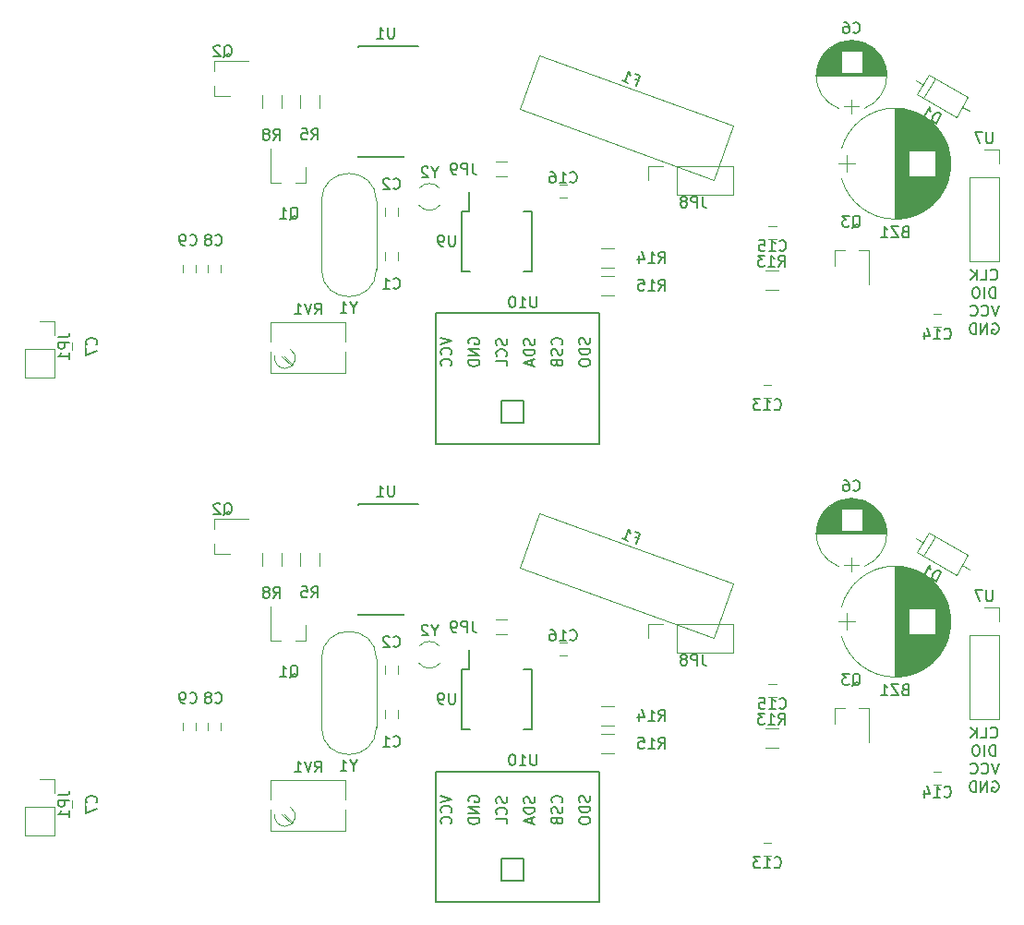
<source format=gbo>
%MOIN*%
%OFA0B0*%
%FSLAX46Y46*%
%IPPOS*%
%LPD*%
%ADD10C,0.005905511811023622*%
%ADD11C,0.0047244094488188976*%
%ADD22C,0.005905511811023622*%
%ADD23C,0.0047244094488188976*%
%LPD*%
D10*
X0003682725Y0002323695D02*
X0003684600Y0002321820D01*
X0003690224Y0002319945D01*
X0003693974Y0002319945D01*
X0003699598Y0002321820D01*
X0003703348Y0002325569D01*
X0003705223Y0002329319D01*
X0003707097Y0002336818D01*
X0003707097Y0002342442D01*
X0003705223Y0002349941D01*
X0003703348Y0002353691D01*
X0003699598Y0002357440D01*
X0003693974Y0002359315D01*
X0003690224Y0002359315D01*
X0003684600Y0002357440D01*
X0003682725Y0002355566D01*
X0003647105Y0002319945D02*
X0003665852Y0002319945D01*
X0003665852Y0002359315D01*
X0003633981Y0002319945D02*
X0003633981Y0002359315D01*
X0003611484Y0002319945D02*
X0003628357Y0002342442D01*
X0003611484Y0002359315D02*
X0003633981Y0002336818D01*
X0003699598Y0002254985D02*
X0003699598Y0002294355D01*
X0003690224Y0002294355D01*
X0003684600Y0002292480D01*
X0003680851Y0002288730D01*
X0003678976Y0002284981D01*
X0003677101Y0002277482D01*
X0003677101Y0002271857D01*
X0003678976Y0002264358D01*
X0003680851Y0002260609D01*
X0003684600Y0002256859D01*
X0003690224Y0002254985D01*
X0003699598Y0002254985D01*
X0003660228Y0002254985D02*
X0003660228Y0002294355D01*
X0003633981Y0002294355D02*
X0003626482Y0002294355D01*
X0003622733Y0002292480D01*
X0003618983Y0002288730D01*
X0003617109Y0002281231D01*
X0003617109Y0002268108D01*
X0003618983Y0002260609D01*
X0003622733Y0002256859D01*
X0003626482Y0002254985D01*
X0003633981Y0002254985D01*
X0003637731Y0002256859D01*
X0003641481Y0002260609D01*
X0003643355Y0002268108D01*
X0003643355Y0002281231D01*
X0003641481Y0002288730D01*
X0003637731Y0002292480D01*
X0003633981Y0002294355D01*
X0003711784Y0002229394D02*
X0003698661Y0002190024D01*
X0003685538Y0002229394D01*
X0003649917Y0002193773D02*
X0003651792Y0002191899D01*
X0003657416Y0002190024D01*
X0003661166Y0002190024D01*
X0003666790Y0002191899D01*
X0003670539Y0002195648D01*
X0003672414Y0002199398D01*
X0003674289Y0002206897D01*
X0003674289Y0002212521D01*
X0003672414Y0002220020D01*
X0003670539Y0002223770D01*
X0003666790Y0002227519D01*
X0003661166Y0002229394D01*
X0003657416Y0002229394D01*
X0003651792Y0002227519D01*
X0003649917Y0002225644D01*
X0003610547Y0002193773D02*
X0003612422Y0002191899D01*
X0003618046Y0002190024D01*
X0003621796Y0002190024D01*
X0003627420Y0002191899D01*
X0003631169Y0002195648D01*
X0003633044Y0002199398D01*
X0003634919Y0002206897D01*
X0003634919Y0002212521D01*
X0003633044Y0002220020D01*
X0003631169Y0002223770D01*
X0003627420Y0002227519D01*
X0003621796Y0002229394D01*
X0003618046Y0002229394D01*
X0003612422Y0002227519D01*
X0003610547Y0002225644D01*
X0003689287Y0002162559D02*
X0003693037Y0002164433D01*
X0003698661Y0002164433D01*
X0003704285Y0002162559D01*
X0003708035Y0002158809D01*
X0003709910Y0002155060D01*
X0003711784Y0002147560D01*
X0003711784Y0002141936D01*
X0003709910Y0002134437D01*
X0003708035Y0002130688D01*
X0003704285Y0002126938D01*
X0003698661Y0002125063D01*
X0003694911Y0002125063D01*
X0003689287Y0002126938D01*
X0003687412Y0002128813D01*
X0003687412Y0002141936D01*
X0003694911Y0002141936D01*
X0003670539Y0002125063D02*
X0003670539Y0002164433D01*
X0003648042Y0002125063D01*
X0003648042Y0002164433D01*
X0003629295Y0002125063D02*
X0003629295Y0002164433D01*
X0003619921Y0002164433D01*
X0003614296Y0002162559D01*
X0003610547Y0002158809D01*
X0003608672Y0002155060D01*
X0003606797Y0002147560D01*
X0003606797Y0002141936D01*
X0003608672Y0002134437D01*
X0003610547Y0002130688D01*
X0003614296Y0002126938D01*
X0003619921Y0002125063D01*
X0003629295Y0002125063D01*
D11*
X0003119685Y0002429291D02*
X0003119685Y0002371811D01*
X0003244094Y0002429291D02*
X0003244094Y0002304881D01*
X0003244094Y0002429291D02*
X0003207480Y0002429291D01*
X0003119685Y0002429291D02*
X0003156299Y0002429291D01*
D10*
X0001679921Y0002199685D02*
X0002270472Y0002199685D01*
X0002270472Y0002199685D02*
X0002270472Y0001727244D01*
X0002270472Y0001727244D02*
X0001679921Y0001727244D01*
X0001679921Y0001727244D02*
X0001679921Y0002199685D01*
X0001916141Y0001805984D02*
X0001916141Y0001884724D01*
X0001916141Y0001884724D02*
X0001994881Y0001884724D01*
X0001994881Y0001884724D02*
X0001994881Y0001805984D01*
X0001994881Y0001805984D02*
X0001916141Y0001805984D01*
X0001562559Y0003163661D02*
X0001616692Y0003163661D01*
X0001562559Y0002765039D02*
X0001399173Y0002765039D01*
X0001562559Y0003164645D02*
X0001399173Y0003164645D01*
X0001562559Y0002765039D02*
X0001562559Y0002769173D01*
X0001399173Y0002765039D02*
X0001399173Y0002769173D01*
X0001399173Y0003164645D02*
X0001399173Y0003160511D01*
X0001562559Y0003164645D02*
X0001562559Y0003163661D01*
D11*
X0001935669Y0002747086D02*
X0001896299Y0002747086D01*
X0001896299Y0002693543D02*
X0001935669Y0002693543D01*
X0000855669Y0002374094D02*
X0000855669Y0002346535D01*
X0000902913Y0002346535D02*
X0000902913Y0002374094D01*
X0003162519Y0002710787D02*
X0003162519Y0002769842D01*
X0003132992Y0002740314D02*
X0003192047Y0002740314D01*
X0003537755Y0002729330D02*
X0003537755Y0002751299D01*
X0003536181Y0002713858D02*
X0003536181Y0002766771D01*
X0003534606Y0002704370D02*
X0003534606Y0002776259D01*
X0003533031Y0002696850D02*
X0003533031Y0002783779D01*
X0003531456Y0002690511D02*
X0003531456Y0002790118D01*
X0003529881Y0002684921D02*
X0003529881Y0002795708D01*
X0003528307Y0002679842D02*
X0003528307Y0002800787D01*
X0003526732Y0002675196D02*
X0003526732Y0002805433D01*
X0003525157Y0002670905D02*
X0003525157Y0002809724D01*
X0003523582Y0002666850D02*
X0003523582Y0002813779D01*
X0003522007Y0002663070D02*
X0003522007Y0002817559D01*
X0003520433Y0002659488D02*
X0003520433Y0002821141D01*
X0003518858Y0002656062D02*
X0003518858Y0002824566D01*
X0003517283Y0002652834D02*
X0003517283Y0002827795D01*
X0003515708Y0002649724D02*
X0003515708Y0002830905D01*
X0003514133Y0002646732D02*
X0003514133Y0002833897D01*
X0003512559Y0002643897D02*
X0003512559Y0002836732D01*
X0003510984Y0002641141D02*
X0003510984Y0002839488D01*
X0003509409Y0002638464D02*
X0003509409Y0002842165D01*
X0003507834Y0002635905D02*
X0003507834Y0002844724D01*
X0003506259Y0002633425D02*
X0003506259Y0002847204D01*
X0003504685Y0002630984D02*
X0003504685Y0002849645D01*
X0003503110Y0002628661D02*
X0003503110Y0002851968D01*
X0003501535Y0002626377D02*
X0003501535Y0002854251D01*
X0003499960Y0002624212D02*
X0003499960Y0002856417D01*
X0003498385Y0002622047D02*
X0003498385Y0002858582D01*
X0003496811Y0002619960D02*
X0003496811Y0002860669D01*
X0003495236Y0002617952D02*
X0003495236Y0002862677D01*
X0003493661Y0002615984D02*
X0003493661Y0002864645D01*
X0003492086Y0002614055D02*
X0003492086Y0002866574D01*
X0003490511Y0002612165D02*
X0003490511Y0002868464D01*
X0003488937Y0002610314D02*
X0003488937Y0002870314D01*
X0003487362Y0002608543D02*
X0003487362Y0002872086D01*
X0003485787Y0002606810D02*
X0003485787Y0002873818D01*
X0003484212Y0002605078D02*
X0003484212Y0002875551D01*
X0003482637Y0002603425D02*
X0003482637Y0002877204D01*
X0003481062Y0002786811D02*
X0003481062Y0002878818D01*
X0003481062Y0002601811D02*
X0003481062Y0002693818D01*
X0003479488Y0002786811D02*
X0003479488Y0002880433D01*
X0003479488Y0002600196D02*
X0003479488Y0002693818D01*
X0003477913Y0002786811D02*
X0003477913Y0002881968D01*
X0003477913Y0002598661D02*
X0003477913Y0002693818D01*
X0003476338Y0002786811D02*
X0003476338Y0002883503D01*
X0003476338Y0002597125D02*
X0003476338Y0002693818D01*
X0003474763Y0002786811D02*
X0003474763Y0002885000D01*
X0003474763Y0002595629D02*
X0003474763Y0002693818D01*
X0003473188Y0002786811D02*
X0003473188Y0002886456D01*
X0003473188Y0002594173D02*
X0003473188Y0002693818D01*
X0003471614Y0002786811D02*
X0003471614Y0002887874D01*
X0003471614Y0002592755D02*
X0003471614Y0002693818D01*
X0003470039Y0002786811D02*
X0003470039Y0002889291D01*
X0003470039Y0002591338D02*
X0003470039Y0002693818D01*
X0003468464Y0002786811D02*
X0003468464Y0002890669D01*
X0003468464Y0002589960D02*
X0003468464Y0002693818D01*
X0003466889Y0002786811D02*
X0003466889Y0002892007D01*
X0003466889Y0002588622D02*
X0003466889Y0002693818D01*
X0003465314Y0002786811D02*
X0003465314Y0002893307D01*
X0003465314Y0002587322D02*
X0003465314Y0002693818D01*
X0003463740Y0002786811D02*
X0003463740Y0002894606D01*
X0003463740Y0002586023D02*
X0003463740Y0002693818D01*
X0003462165Y0002786811D02*
X0003462165Y0002895866D01*
X0003462165Y0002584763D02*
X0003462165Y0002693818D01*
X0003460590Y0002786811D02*
X0003460590Y0002897086D01*
X0003460590Y0002583543D02*
X0003460590Y0002693818D01*
X0003459015Y0002786811D02*
X0003459015Y0002898307D01*
X0003459015Y0002582322D02*
X0003459015Y0002693818D01*
X0003457440Y0002786811D02*
X0003457440Y0002899488D01*
X0003457440Y0002581141D02*
X0003457440Y0002693818D01*
X0003455866Y0002786811D02*
X0003455866Y0002900629D01*
X0003455866Y0002580000D02*
X0003455866Y0002693818D01*
X0003454291Y0002786811D02*
X0003454291Y0002901771D01*
X0003454291Y0002578858D02*
X0003454291Y0002693818D01*
X0003452716Y0002786811D02*
X0003452716Y0002902913D01*
X0003452716Y0002577716D02*
X0003452716Y0002693818D01*
X0003451141Y0002786811D02*
X0003451141Y0002903976D01*
X0003451141Y0002576653D02*
X0003451141Y0002693818D01*
X0003449566Y0002786811D02*
X0003449566Y0002905078D01*
X0003449566Y0002575551D02*
X0003449566Y0002693818D01*
X0003447992Y0002786811D02*
X0003447992Y0002906102D01*
X0003447992Y0002574527D02*
X0003447992Y0002693818D01*
X0003446417Y0002786811D02*
X0003446417Y0002907125D01*
X0003446417Y0002573503D02*
X0003446417Y0002693818D01*
X0003444842Y0002786811D02*
X0003444842Y0002908149D01*
X0003444842Y0002572480D02*
X0003444842Y0002693818D01*
X0003443267Y0002786811D02*
X0003443267Y0002909133D01*
X0003443267Y0002571496D02*
X0003443267Y0002693818D01*
X0003441692Y0002786811D02*
X0003441692Y0002910078D01*
X0003441692Y0002570551D02*
X0003441692Y0002693818D01*
X0003440118Y0002786811D02*
X0003440118Y0002911023D01*
X0003440118Y0002569606D02*
X0003440118Y0002693818D01*
X0003438543Y0002786811D02*
X0003438543Y0002911968D01*
X0003438543Y0002568661D02*
X0003438543Y0002693818D01*
X0003436968Y0002786811D02*
X0003436968Y0002912874D01*
X0003436968Y0002567755D02*
X0003436968Y0002693818D01*
X0003435393Y0002786811D02*
X0003435393Y0002913740D01*
X0003435393Y0002566889D02*
X0003435393Y0002693818D01*
X0003433818Y0002786811D02*
X0003433818Y0002914645D01*
X0003433818Y0002565984D02*
X0003433818Y0002693818D01*
X0003432244Y0002786811D02*
X0003432244Y0002915472D01*
X0003432244Y0002565157D02*
X0003432244Y0002693818D01*
X0003430669Y0002786811D02*
X0003430669Y0002916299D01*
X0003430669Y0002564330D02*
X0003430669Y0002693818D01*
X0003429094Y0002786811D02*
X0003429094Y0002917125D01*
X0003429094Y0002563503D02*
X0003429094Y0002693818D01*
X0003427519Y0002786811D02*
X0003427519Y0002917913D01*
X0003427519Y0002562716D02*
X0003427519Y0002693818D01*
X0003425944Y0002786811D02*
X0003425944Y0002918700D01*
X0003425944Y0002561929D02*
X0003425944Y0002693818D01*
X0003424370Y0002786811D02*
X0003424370Y0002919448D01*
X0003424370Y0002561181D02*
X0003424370Y0002693818D01*
X0003422795Y0002786811D02*
X0003422795Y0002920196D01*
X0003422795Y0002560433D02*
X0003422795Y0002693818D01*
X0003421220Y0002786811D02*
X0003421220Y0002920944D01*
X0003421220Y0002559685D02*
X0003421220Y0002693818D01*
X0003419645Y0002786811D02*
X0003419645Y0002921653D01*
X0003419645Y0002558976D02*
X0003419645Y0002693818D01*
X0003418070Y0002786811D02*
X0003418070Y0002922362D01*
X0003418070Y0002558267D02*
X0003418070Y0002693818D01*
X0003416496Y0002786811D02*
X0003416496Y0002923031D01*
X0003416496Y0002557598D02*
X0003416496Y0002693818D01*
X0003414921Y0002786811D02*
X0003414921Y0002923700D01*
X0003414921Y0002556929D02*
X0003414921Y0002693818D01*
X0003413346Y0002786811D02*
X0003413346Y0002924330D01*
X0003413346Y0002556299D02*
X0003413346Y0002693818D01*
X0003411771Y0002786811D02*
X0003411771Y0002925000D01*
X0003411771Y0002555629D02*
X0003411771Y0002693818D01*
X0003410196Y0002786811D02*
X0003410196Y0002925590D01*
X0003410196Y0002555039D02*
X0003410196Y0002693818D01*
X0003408622Y0002786811D02*
X0003408622Y0002926220D01*
X0003408622Y0002554409D02*
X0003408622Y0002693818D01*
X0003407047Y0002786811D02*
X0003407047Y0002926811D01*
X0003407047Y0002553818D02*
X0003407047Y0002693818D01*
X0003405472Y0002786811D02*
X0003405472Y0002927362D01*
X0003405472Y0002553267D02*
X0003405472Y0002693818D01*
X0003403897Y0002786811D02*
X0003403897Y0002927913D01*
X0003403897Y0002552716D02*
X0003403897Y0002693818D01*
X0003402322Y0002786811D02*
X0003402322Y0002928464D01*
X0003402322Y0002552165D02*
X0003402322Y0002693818D01*
X0003400748Y0002786811D02*
X0003400748Y0002928976D01*
X0003400748Y0002551653D02*
X0003400748Y0002693818D01*
X0003399173Y0002786811D02*
X0003399173Y0002929527D01*
X0003399173Y0002551102D02*
X0003399173Y0002693818D01*
X0003397598Y0002786811D02*
X0003397598Y0002930000D01*
X0003397598Y0002550629D02*
X0003397598Y0002693818D01*
X0003396023Y0002786811D02*
X0003396023Y0002930511D01*
X0003396023Y0002550118D02*
X0003396023Y0002693818D01*
X0003394448Y0002786811D02*
X0003394448Y0002930984D01*
X0003394448Y0002549645D02*
X0003394448Y0002693818D01*
X0003392874Y0002786811D02*
X0003392874Y0002931417D01*
X0003392874Y0002549212D02*
X0003392874Y0002693818D01*
X0003391299Y0002786811D02*
X0003391299Y0002931850D01*
X0003391299Y0002548779D02*
X0003391299Y0002693818D01*
X0003389724Y0002786811D02*
X0003389724Y0002932283D01*
X0003389724Y0002548346D02*
X0003389724Y0002693818D01*
X0003388149Y0002547913D02*
X0003388149Y0002932716D01*
X0003386574Y0002547519D02*
X0003386574Y0002933110D01*
X0003385000Y0002547125D02*
X0003385000Y0002933503D01*
X0003383425Y0002546732D02*
X0003383425Y0002933897D01*
X0003381850Y0002546377D02*
X0003381850Y0002934251D01*
X0003380275Y0002546023D02*
X0003380275Y0002934606D01*
X0003378700Y0002545708D02*
X0003378700Y0002934921D01*
X0003377125Y0002545393D02*
X0003377125Y0002935236D01*
X0003375551Y0002545078D02*
X0003375551Y0002935551D01*
X0003373976Y0002544763D02*
X0003373976Y0002935866D01*
X0003372401Y0002544488D02*
X0003372401Y0002936141D01*
X0003370826Y0002544212D02*
X0003370826Y0002936417D01*
X0003369251Y0002543976D02*
X0003369251Y0002936653D01*
X0003367677Y0002543740D02*
X0003367677Y0002936889D01*
X0003366102Y0002543503D02*
X0003366102Y0002937125D01*
X0003364488Y0002543267D02*
X0003364488Y0002937362D01*
X0003362913Y0002543070D02*
X0003362913Y0002937559D01*
X0003361338Y0002542874D02*
X0003361338Y0002937755D01*
X0003359763Y0002542677D02*
X0003359763Y0002937952D01*
X0003358188Y0002542519D02*
X0003358188Y0002938110D01*
X0003356614Y0002542362D02*
X0003356614Y0002938267D01*
X0003355039Y0002542244D02*
X0003355039Y0002938385D01*
X0003353464Y0002542086D02*
X0003353464Y0002938543D01*
X0003351889Y0002541968D02*
X0003351889Y0002938661D01*
X0003350314Y0002541889D02*
X0003350314Y0002938740D01*
X0003348740Y0002541771D02*
X0003348740Y0002938858D01*
X0003347165Y0002541692D02*
X0003347165Y0002938937D01*
X0003345590Y0002541614D02*
X0003345590Y0002939015D01*
X0003344015Y0002541574D02*
X0003344015Y0002939055D01*
X0003342440Y0002541535D02*
X0003342440Y0002939094D01*
X0003340866Y0002541496D02*
X0003340866Y0002939133D01*
X0003339291Y0002541496D02*
X0003339291Y0002939133D01*
X0003337716Y0002541496D02*
X0003337716Y0002939133D01*
X0003530568Y0002794774D02*
G75*
G02X0003530604Y0002685984I-0000192851J-0000054459D01*
G01*
X0003530568Y0002794774D02*
G75*
G03X0003144828Y0002794645I-0000192851J-0000054459D01*
G01*
X0003530568Y0002685855D02*
G75*
G02X0003144828Y0002685984I-0000192851J0000054459D01*
G01*
X0001543858Y0002392637D02*
X0001543858Y0002420196D01*
X0001496614Y0002420196D02*
X0001496614Y0002392637D01*
X0001496614Y0002580196D02*
X0001496614Y0002552637D01*
X0001543858Y0002552637D02*
X0001543858Y0002580196D01*
X0003205984Y0002946220D02*
X0003154803Y0002946220D01*
X0003180393Y0002922598D02*
X0003180393Y0002969842D01*
X0003198818Y0003184448D02*
X0003161968Y0003184448D01*
X0003207007Y0003182874D02*
X0003153779Y0003182874D01*
X0003213228Y0003181299D02*
X0003147559Y0003181299D01*
X0003218425Y0003179724D02*
X0003142362Y0003179724D01*
X0003222952Y0003178149D02*
X0003137834Y0003178149D01*
X0003227007Y0003176574D02*
X0003133779Y0003176574D01*
X0003230708Y0003175000D02*
X0003130078Y0003175000D01*
X0003234094Y0003173425D02*
X0003126692Y0003173425D01*
X0003237283Y0003171850D02*
X0003123503Y0003171850D01*
X0003240236Y0003170275D02*
X0003120551Y0003170275D01*
X0003243031Y0003168700D02*
X0003117755Y0003168700D01*
X0003245669Y0003167125D02*
X0003115118Y0003167125D01*
X0003248149Y0003165551D02*
X0003112637Y0003165551D01*
X0003250511Y0003163976D02*
X0003110275Y0003163976D01*
X0003252795Y0003162401D02*
X0003107992Y0003162401D01*
X0003254960Y0003160826D02*
X0003105826Y0003160826D01*
X0003257007Y0003159251D02*
X0003103779Y0003159251D01*
X0003259015Y0003157677D02*
X0003101771Y0003157677D01*
X0003260905Y0003156102D02*
X0003099881Y0003156102D01*
X0003262755Y0003154527D02*
X0003098031Y0003154527D01*
X0003264527Y0003152952D02*
X0003096259Y0003152952D01*
X0003266220Y0003151377D02*
X0003094566Y0003151377D01*
X0003267874Y0003149803D02*
X0003092913Y0003149803D01*
X0003269448Y0003148228D02*
X0003091338Y0003148228D01*
X0003270984Y0003146653D02*
X0003089803Y0003146653D01*
X0003141810Y0003145078D02*
X0003088307Y0003145078D01*
X0003272480Y0003145078D02*
X0003218976Y0003145078D01*
X0003141810Y0003143503D02*
X0003086889Y0003143503D01*
X0003273897Y0003143503D02*
X0003218976Y0003143503D01*
X0003141810Y0003141929D02*
X0003085472Y0003141929D01*
X0003275314Y0003141929D02*
X0003218976Y0003141929D01*
X0003141810Y0003140354D02*
X0003084133Y0003140354D01*
X0003276653Y0003140354D02*
X0003218976Y0003140354D01*
X0003141810Y0003138779D02*
X0003082834Y0003138779D01*
X0003277952Y0003138779D02*
X0003218976Y0003138779D01*
X0003141810Y0003137204D02*
X0003081574Y0003137204D01*
X0003279212Y0003137204D02*
X0003218976Y0003137204D01*
X0003141810Y0003135629D02*
X0003080393Y0003135629D01*
X0003280393Y0003135629D02*
X0003218976Y0003135629D01*
X0003141810Y0003134055D02*
X0003079212Y0003134055D01*
X0003281574Y0003134055D02*
X0003218976Y0003134055D01*
X0003141810Y0003132480D02*
X0003078070Y0003132480D01*
X0003282716Y0003132480D02*
X0003218976Y0003132480D01*
X0003141810Y0003130905D02*
X0003076968Y0003130905D01*
X0003283818Y0003130905D02*
X0003218976Y0003130905D01*
X0003141810Y0003129330D02*
X0003075905Y0003129330D01*
X0003284881Y0003129330D02*
X0003218976Y0003129330D01*
X0003141810Y0003127755D02*
X0003074842Y0003127755D01*
X0003285944Y0003127755D02*
X0003218976Y0003127755D01*
X0003141810Y0003126181D02*
X0003073858Y0003126181D01*
X0003286929Y0003126181D02*
X0003218976Y0003126181D01*
X0003141810Y0003124606D02*
X0003072874Y0003124606D01*
X0003287913Y0003124606D02*
X0003218976Y0003124606D01*
X0003141810Y0003123031D02*
X0003071929Y0003123031D01*
X0003288858Y0003123031D02*
X0003218976Y0003123031D01*
X0003141810Y0003121456D02*
X0003071023Y0003121456D01*
X0003289763Y0003121456D02*
X0003218976Y0003121456D01*
X0003141810Y0003119881D02*
X0003070157Y0003119881D01*
X0003290629Y0003119881D02*
X0003218976Y0003119881D01*
X0003141810Y0003118307D02*
X0003069291Y0003118307D01*
X0003291496Y0003118307D02*
X0003218976Y0003118307D01*
X0003141810Y0003116732D02*
X0003068464Y0003116732D01*
X0003292322Y0003116732D02*
X0003218976Y0003116732D01*
X0003141810Y0003115157D02*
X0003067677Y0003115157D01*
X0003293110Y0003115157D02*
X0003218976Y0003115157D01*
X0003141810Y0003113582D02*
X0003066929Y0003113582D01*
X0003293858Y0003113582D02*
X0003218976Y0003113582D01*
X0003141810Y0003112007D02*
X0003066181Y0003112007D01*
X0003294606Y0003112007D02*
X0003218976Y0003112007D01*
X0003141810Y0003110433D02*
X0003065472Y0003110433D01*
X0003295314Y0003110433D02*
X0003218976Y0003110433D01*
X0003141810Y0003108858D02*
X0003064763Y0003108858D01*
X0003296023Y0003108858D02*
X0003218976Y0003108858D01*
X0003141810Y0003107283D02*
X0003064094Y0003107283D01*
X0003296692Y0003107283D02*
X0003218976Y0003107283D01*
X0003141810Y0003105708D02*
X0003063464Y0003105708D01*
X0003297322Y0003105708D02*
X0003218976Y0003105708D01*
X0003141810Y0003104133D02*
X0003062834Y0003104133D01*
X0003297952Y0003104133D02*
X0003218976Y0003104133D01*
X0003141810Y0003102559D02*
X0003062244Y0003102559D01*
X0003298543Y0003102559D02*
X0003218976Y0003102559D01*
X0003141810Y0003100984D02*
X0003061692Y0003100984D01*
X0003299094Y0003100984D02*
X0003218976Y0003100984D01*
X0003141810Y0003099409D02*
X0003061141Y0003099409D01*
X0003299645Y0003099409D02*
X0003218976Y0003099409D01*
X0003141810Y0003097834D02*
X0003060629Y0003097834D01*
X0003300157Y0003097834D02*
X0003218976Y0003097834D01*
X0003141810Y0003096259D02*
X0003060118Y0003096259D01*
X0003300669Y0003096259D02*
X0003218976Y0003096259D01*
X0003141810Y0003094685D02*
X0003059645Y0003094685D01*
X0003301141Y0003094685D02*
X0003218976Y0003094685D01*
X0003141810Y0003093110D02*
X0003059173Y0003093110D01*
X0003301614Y0003093110D02*
X0003218976Y0003093110D01*
X0003141810Y0003091535D02*
X0003058740Y0003091535D01*
X0003302047Y0003091535D02*
X0003218976Y0003091535D01*
X0003141810Y0003089960D02*
X0003058346Y0003089960D01*
X0003302440Y0003089960D02*
X0003218976Y0003089960D01*
X0003141810Y0003088385D02*
X0003057952Y0003088385D01*
X0003302834Y0003088385D02*
X0003218976Y0003088385D01*
X0003141810Y0003086811D02*
X0003057598Y0003086811D01*
X0003303188Y0003086811D02*
X0003218976Y0003086811D01*
X0003141810Y0003085196D02*
X0003057244Y0003085196D01*
X0003303543Y0003085196D02*
X0003218976Y0003085196D01*
X0003141810Y0003083622D02*
X0003056889Y0003083622D01*
X0003303897Y0003083622D02*
X0003218976Y0003083622D01*
X0003141810Y0003082047D02*
X0003056614Y0003082047D01*
X0003304173Y0003082047D02*
X0003218976Y0003082047D01*
X0003141810Y0003080472D02*
X0003056299Y0003080472D01*
X0003304488Y0003080472D02*
X0003218976Y0003080472D01*
X0003141810Y0003078897D02*
X0003056062Y0003078897D01*
X0003304724Y0003078897D02*
X0003218976Y0003078897D01*
X0003141810Y0003077322D02*
X0003055787Y0003077322D01*
X0003305000Y0003077322D02*
X0003218976Y0003077322D01*
X0003141810Y0003075748D02*
X0003055590Y0003075748D01*
X0003305196Y0003075748D02*
X0003218976Y0003075748D01*
X0003141810Y0003074173D02*
X0003055354Y0003074173D01*
X0003305433Y0003074173D02*
X0003218976Y0003074173D01*
X0003141810Y0003072598D02*
X0003055196Y0003072598D01*
X0003305590Y0003072598D02*
X0003218976Y0003072598D01*
X0003141810Y0003071023D02*
X0003055000Y0003071023D01*
X0003305787Y0003071023D02*
X0003218976Y0003071023D01*
X0003141810Y0003069448D02*
X0003054881Y0003069448D01*
X0003305905Y0003069448D02*
X0003218976Y0003069448D01*
X0003306062Y0003067874D02*
X0003054724Y0003067874D01*
X0003306141Y0003066299D02*
X0003054645Y0003066299D01*
X0003306259Y0003064724D02*
X0003054527Y0003064724D01*
X0003306299Y0003063149D02*
X0003054488Y0003063149D01*
X0003306377Y0003061574D02*
X0003054409Y0003061574D01*
X0003306377Y0003060000D02*
X0003054409Y0003060000D01*
X0003306377Y0003058425D02*
X0003054409Y0003058425D01*
X0003133971Y0003177237D02*
G75*
G02X0003226850Y0003177223I0000046422J-0000118811D01*
G01*
X0003133971Y0003177237D02*
G75*
G03X0003133937Y0002939626I0000046422J-0000118811D01*
G01*
X0003226816Y0003177237D02*
G75*
G02X0003226850Y0002939626I-0000046422J-0000118811D01*
G01*
X0000412913Y0002066535D02*
X0000412913Y0002094094D01*
X0000365669Y0002094094D02*
X0000365669Y0002066535D01*
X0000765669Y0002374094D02*
X0000765669Y0002346535D01*
X0000812913Y0002346535D02*
X0000812913Y0002374094D01*
X0002890472Y0001941417D02*
X0002862913Y0001941417D01*
X0002862913Y0001894173D02*
X0002890472Y0001894173D01*
X0003475511Y0002150078D02*
X0003503070Y0002150078D01*
X0003503070Y0002197322D02*
X0003475511Y0002197322D01*
X0002881338Y0002467984D02*
X0002908897Y0002467984D01*
X0002908897Y0002515228D02*
X0002881338Y0002515228D01*
X0002125511Y0002616692D02*
X0002153070Y0002616692D01*
X0002153070Y0002663937D02*
X0002125511Y0002663937D01*
X0003440595Y0002976732D02*
X0003482327Y0003049015D01*
X0003605685Y0002929606D02*
X0003579431Y0002944763D01*
X0003412704Y0003041023D02*
X0003438958Y0003025866D01*
X0003558565Y0002908622D02*
X0003418092Y0002989724D01*
X0003600297Y0002980905D02*
X0003558565Y0002908622D01*
X0003459824Y0003062007D02*
X0003600297Y0002980905D01*
X0003418092Y0002989724D02*
X0003459824Y0003062007D01*
X0001983122Y0002936276D02*
X0002682342Y0002681781D01*
X0001983122Y0002936276D02*
X0002054488Y0003132353D01*
X0002753708Y0002877858D02*
X0002682342Y0002681781D01*
X0002753708Y0002877858D02*
X0002054488Y0003132353D01*
X0000301653Y0002172677D02*
X0000249291Y0002172677D01*
X0000301653Y0002120314D02*
X0000301653Y0002172677D01*
X0000301653Y0002070314D02*
X0000196929Y0002070314D01*
X0000196929Y0002070314D02*
X0000196929Y0001967952D01*
X0000301653Y0002070314D02*
X0000301653Y0001967952D01*
X0000301653Y0001967952D02*
X0000196929Y0001967952D01*
X0002446929Y0002732677D02*
X0002446929Y0002680314D01*
X0002499291Y0002732677D02*
X0002446929Y0002732677D01*
X0002549291Y0002732677D02*
X0002549291Y0002627952D01*
X0002549291Y0002627952D02*
X0002751653Y0002627952D01*
X0002549291Y0002732677D02*
X0002751653Y0002732677D01*
X0002751653Y0002732677D02*
X0002751653Y0002627952D01*
X0001208425Y0002671338D02*
X0001171811Y0002671338D01*
X0001084015Y0002671338D02*
X0001120629Y0002671338D01*
X0001084015Y0002671338D02*
X0001084015Y0002795748D01*
X0001208425Y0002671338D02*
X0001208425Y0002728818D01*
X0000880078Y0002985708D02*
X0000937559Y0002985708D01*
X0000880078Y0003110118D02*
X0001004488Y0003110118D01*
X0000880078Y0003110118D02*
X0000880078Y0003073503D01*
X0000880078Y0002985708D02*
X0000880078Y0003022322D01*
X0001190314Y0002988464D02*
X0001190314Y0002941220D01*
X0001259606Y0002941220D02*
X0001259606Y0002988464D01*
X0001052519Y0002987086D02*
X0001052519Y0002939842D01*
X0001121811Y0002939842D02*
X0001121811Y0002987086D01*
X0002916062Y0002354960D02*
X0002868818Y0002354960D01*
X0002868818Y0002285669D02*
X0002916062Y0002285669D01*
X0002275669Y0002365669D02*
X0002322913Y0002365669D01*
X0002322913Y0002434960D02*
X0002275669Y0002434960D01*
X0002322913Y0002334960D02*
X0002275669Y0002334960D01*
X0002275669Y0002265669D02*
X0002322913Y0002265669D01*
X0001133858Y0002044094D02*
X0001163582Y0002014370D01*
X0001124606Y0002044251D02*
X0001159015Y0002009803D01*
X0001084842Y0002061968D02*
X0001084842Y0001985826D01*
X0001084842Y0002167716D02*
X0001084842Y0002098622D01*
X0001353740Y0002061968D02*
X0001353740Y0001985826D01*
X0001353740Y0002167716D02*
X0001353740Y0002098622D01*
X0001353740Y0001985826D02*
X0001084842Y0001985826D01*
X0001353740Y0002167716D02*
X0001084842Y0002167716D01*
X0001134604Y0002000837D02*
G75*
G03X0001153897Y0002070551I0000000632J0000037351D01*
G01*
X0001098402Y0002044683D02*
G75*
G03X0001135236Y0002000787I0000036833J-0000006494D01*
G01*
X0003711653Y0002387952D02*
X0003606929Y0002387952D01*
X0003711653Y0002690314D02*
X0003711653Y0002387952D01*
X0003606929Y0002690314D02*
X0003606929Y0002387952D01*
X0003711653Y0002690314D02*
X0003606929Y0002690314D01*
X0003711653Y0002740314D02*
X0003711653Y0002792677D01*
X0003711653Y0002792677D02*
X0003659291Y0002792677D01*
D10*
X0001798897Y0002568582D02*
X0001798897Y0002637480D01*
X0002025472Y0002568582D02*
X0002025472Y0002352047D01*
X0001773110Y0002568582D02*
X0001773110Y0002352047D01*
X0002025472Y0002568582D02*
X0001995944Y0002568582D01*
X0002025472Y0002352047D02*
X0001995944Y0002352047D01*
X0001773110Y0002352047D02*
X0001802637Y0002352047D01*
X0001773110Y0002568582D02*
X0001798897Y0002568582D01*
D11*
X0001266811Y0002605511D02*
G75*
G02X0001465629Y0002605511I0000099409D01*
G01*
X0001266811Y0002359448D02*
G75*
G03X0001465629Y0002359448I0000099409D01*
G01*
X0001266811Y0002359448D02*
X0001266811Y0002605511D01*
X0001465629Y0002359448D02*
X0001465629Y0002605511D01*
X0001619308Y0002589534D02*
G75*
G03X0001694094Y0002589555I0000037384J0000030780D01*
G01*
X0001619308Y0002651095D02*
G75*
G02X0001694094Y0002651074I0000037384J-0000030780D01*
G01*
D10*
X0003183040Y0002508755D02*
X0003186790Y0002510629D01*
X0003190539Y0002514379D01*
X0003196164Y0002520003D01*
X0003199913Y0002521878D01*
X0003203663Y0002521878D01*
X0003201788Y0002512504D02*
X0003205538Y0002514379D01*
X0003209287Y0002518129D01*
X0003211162Y0002525628D01*
X0003211162Y0002538751D01*
X0003209287Y0002546250D01*
X0003205538Y0002549999D01*
X0003201788Y0002551874D01*
X0003194289Y0002551874D01*
X0003190539Y0002549999D01*
X0003186790Y0002546250D01*
X0003184915Y0002538751D01*
X0003184915Y0002525628D01*
X0003186790Y0002518129D01*
X0003190539Y0002514379D01*
X0003194289Y0002512504D01*
X0003201788Y0002512504D01*
X0003171792Y0002551874D02*
X0003147420Y0002551874D01*
X0003160543Y0002536876D01*
X0003154919Y0002536876D01*
X0003151169Y0002535001D01*
X0003149295Y0002533127D01*
X0003147420Y0002529377D01*
X0003147420Y0002520003D01*
X0003149295Y0002516254D01*
X0003151169Y0002514379D01*
X0003154919Y0002512504D01*
X0003166167Y0002512504D01*
X0003169917Y0002514379D01*
X0003171792Y0002516254D01*
X0002043625Y0002260614D02*
X0002043625Y0002228743D01*
X0002041751Y0002224994D01*
X0002039876Y0002223119D01*
X0002036126Y0002221244D01*
X0002028627Y0002221244D01*
X0002024878Y0002223119D01*
X0002023003Y0002224994D01*
X0002021128Y0002228743D01*
X0002021128Y0002260614D01*
X0001981758Y0002221244D02*
X0002004255Y0002221244D01*
X0001993007Y0002221244D02*
X0001993007Y0002260614D01*
X0001996756Y0002254990D01*
X0002000506Y0002251241D01*
X0002004255Y0002249366D01*
X0001957386Y0002260614D02*
X0001953637Y0002260614D01*
X0001949887Y0002258740D01*
X0001948012Y0002256865D01*
X0001946137Y0002253115D01*
X0001944263Y0002245616D01*
X0001944263Y0002236242D01*
X0001946137Y0002228743D01*
X0001948012Y0002224994D01*
X0001949887Y0002223119D01*
X0001953637Y0002221244D01*
X0001957386Y0002221244D01*
X0001961136Y0002223119D01*
X0001963010Y0002224994D01*
X0001964885Y0002228743D01*
X0001966760Y0002236242D01*
X0001966760Y0002245616D01*
X0001964885Y0002253115D01*
X0001963010Y0002256865D01*
X0001961136Y0002258740D01*
X0001957386Y0002260614D01*
X0001697731Y0002112808D02*
X0001737101Y0002099685D01*
X0001697731Y0002086561D01*
X0001733352Y0002050941D02*
X0001735226Y0002052815D01*
X0001737101Y0002058440D01*
X0001737101Y0002062189D01*
X0001735226Y0002067814D01*
X0001731477Y0002071563D01*
X0001727727Y0002073438D01*
X0001720228Y0002075313D01*
X0001714604Y0002075313D01*
X0001707105Y0002073438D01*
X0001703355Y0002071563D01*
X0001699606Y0002067814D01*
X0001697731Y0002062189D01*
X0001697731Y0002058440D01*
X0001699606Y0002052815D01*
X0001701481Y0002050941D01*
X0001733352Y0002011571D02*
X0001735226Y0002013445D01*
X0001737101Y0002019070D01*
X0001737101Y0002022819D01*
X0001735226Y0002028443D01*
X0001731477Y0002032193D01*
X0001727727Y0002034068D01*
X0001720228Y0002035943D01*
X0001714604Y0002035943D01*
X0001707105Y0002034068D01*
X0001703355Y0002032193D01*
X0001699606Y0002028443D01*
X0001697731Y0002022819D01*
X0001697731Y0002019070D01*
X0001699606Y0002013445D01*
X0001701481Y0002011571D01*
X0001799606Y0002090311D02*
X0001797731Y0002094060D01*
X0001797731Y0002099685D01*
X0001799606Y0002105309D01*
X0001803355Y0002109058D01*
X0001807105Y0002110933D01*
X0001814604Y0002112808D01*
X0001820228Y0002112808D01*
X0001827727Y0002110933D01*
X0001831477Y0002109058D01*
X0001835226Y0002105309D01*
X0001837101Y0002099685D01*
X0001837101Y0002095935D01*
X0001835226Y0002090311D01*
X0001833352Y0002088436D01*
X0001820228Y0002088436D01*
X0001820228Y0002095935D01*
X0001837101Y0002071563D02*
X0001797731Y0002071563D01*
X0001837101Y0002049066D01*
X0001797731Y0002049066D01*
X0001837101Y0002030318D02*
X0001797731Y0002030318D01*
X0001797731Y0002020944D01*
X0001799606Y0002015320D01*
X0001803355Y0002011571D01*
X0001807105Y0002009696D01*
X0001814604Y0002007821D01*
X0001820228Y0002007821D01*
X0001827727Y0002009696D01*
X0001831477Y0002011571D01*
X0001835226Y0002015320D01*
X0001837101Y0002020944D01*
X0001837101Y0002030318D01*
X0001935226Y0002107184D02*
X0001937101Y0002101559D01*
X0001937101Y0002092185D01*
X0001935226Y0002088436D01*
X0001933352Y0002086561D01*
X0001929602Y0002084686D01*
X0001925852Y0002084686D01*
X0001922103Y0002086561D01*
X0001920228Y0002088436D01*
X0001918353Y0002092185D01*
X0001916479Y0002099685D01*
X0001914604Y0002103434D01*
X0001912729Y0002105309D01*
X0001908980Y0002107184D01*
X0001905230Y0002107184D01*
X0001901481Y0002105309D01*
X0001899606Y0002103434D01*
X0001897731Y0002099685D01*
X0001897731Y0002090311D01*
X0001899606Y0002084686D01*
X0001933352Y0002045316D02*
X0001935226Y0002047191D01*
X0001937101Y0002052815D01*
X0001937101Y0002056565D01*
X0001935226Y0002062189D01*
X0001931477Y0002065939D01*
X0001927727Y0002067814D01*
X0001920228Y0002069688D01*
X0001914604Y0002069688D01*
X0001907105Y0002067814D01*
X0001903355Y0002065939D01*
X0001899606Y0002062189D01*
X0001897731Y0002056565D01*
X0001897731Y0002052815D01*
X0001899606Y0002047191D01*
X0001901481Y0002045316D01*
X0001937101Y0002009696D02*
X0001937101Y0002028443D01*
X0001897731Y0002028443D01*
X0002035226Y0002108121D02*
X0002037101Y0002102497D01*
X0002037101Y0002093123D01*
X0002035226Y0002089373D01*
X0002033352Y0002087499D01*
X0002029602Y0002085624D01*
X0002025852Y0002085624D01*
X0002022103Y0002087499D01*
X0002020228Y0002089373D01*
X0002018353Y0002093123D01*
X0002016479Y0002100622D01*
X0002014604Y0002104371D01*
X0002012729Y0002106246D01*
X0002008980Y0002108121D01*
X0002005230Y0002108121D01*
X0002001481Y0002106246D01*
X0001999606Y0002104371D01*
X0001997731Y0002100622D01*
X0001997731Y0002091248D01*
X0001999606Y0002085624D01*
X0002037101Y0002068751D02*
X0001997731Y0002068751D01*
X0001997731Y0002059377D01*
X0001999606Y0002053753D01*
X0002003355Y0002050003D01*
X0002007105Y0002048129D01*
X0002014604Y0002046254D01*
X0002020228Y0002046254D01*
X0002027727Y0002048129D01*
X0002031477Y0002050003D01*
X0002035226Y0002053753D01*
X0002037101Y0002059377D01*
X0002037101Y0002068751D01*
X0002025852Y0002031256D02*
X0002025852Y0002012508D01*
X0002037101Y0002035005D02*
X0001997731Y0002021882D01*
X0002037101Y0002008758D01*
X0002133352Y0002086561D02*
X0002135226Y0002088436D01*
X0002137101Y0002094060D01*
X0002137101Y0002097810D01*
X0002135226Y0002103434D01*
X0002131477Y0002107184D01*
X0002127727Y0002109058D01*
X0002120228Y0002110933D01*
X0002114604Y0002110933D01*
X0002107105Y0002109058D01*
X0002103355Y0002107184D01*
X0002099606Y0002103434D01*
X0002097731Y0002097810D01*
X0002097731Y0002094060D01*
X0002099606Y0002088436D01*
X0002101481Y0002086561D01*
X0002135226Y0002071563D02*
X0002137101Y0002065939D01*
X0002137101Y0002056565D01*
X0002135226Y0002052815D01*
X0002133352Y0002050941D01*
X0002129602Y0002049066D01*
X0002125852Y0002049066D01*
X0002122103Y0002050941D01*
X0002120228Y0002052815D01*
X0002118353Y0002056565D01*
X0002116479Y0002064064D01*
X0002114604Y0002067814D01*
X0002112729Y0002069688D01*
X0002108980Y0002071563D01*
X0002105230Y0002071563D01*
X0002101481Y0002069688D01*
X0002099606Y0002067814D01*
X0002097731Y0002064064D01*
X0002097731Y0002054690D01*
X0002099606Y0002049066D01*
X0002116479Y0002019070D02*
X0002118353Y0002013445D01*
X0002120228Y0002011571D01*
X0002123978Y0002009696D01*
X0002129602Y0002009696D01*
X0002133352Y0002011571D01*
X0002135226Y0002013445D01*
X0002137101Y0002017195D01*
X0002137101Y0002032193D01*
X0002097731Y0002032193D01*
X0002097731Y0002019070D01*
X0002099606Y0002015320D01*
X0002101481Y0002013445D01*
X0002105230Y0002011571D01*
X0002108980Y0002011571D01*
X0002112729Y0002013445D01*
X0002114604Y0002015320D01*
X0002116479Y0002019070D01*
X0002116479Y0002032193D01*
X0002235226Y0002111871D02*
X0002237101Y0002106246D01*
X0002237101Y0002096872D01*
X0002235226Y0002093123D01*
X0002233352Y0002091248D01*
X0002229602Y0002089373D01*
X0002225852Y0002089373D01*
X0002222103Y0002091248D01*
X0002220228Y0002093123D01*
X0002218353Y0002096872D01*
X0002216479Y0002104371D01*
X0002214604Y0002108121D01*
X0002212729Y0002109996D01*
X0002208980Y0002111871D01*
X0002205230Y0002111871D01*
X0002201481Y0002109996D01*
X0002199606Y0002108121D01*
X0002197731Y0002104371D01*
X0002197731Y0002094998D01*
X0002199606Y0002089373D01*
X0002237101Y0002072500D02*
X0002197731Y0002072500D01*
X0002197731Y0002063127D01*
X0002199606Y0002057502D01*
X0002203355Y0002053753D01*
X0002207105Y0002051878D01*
X0002214604Y0002050003D01*
X0002220228Y0002050003D01*
X0002227727Y0002051878D01*
X0002231477Y0002053753D01*
X0002235226Y0002057502D01*
X0002237101Y0002063127D01*
X0002237101Y0002072500D01*
X0002197731Y0002025631D02*
X0002197731Y0002018132D01*
X0002199606Y0002014383D01*
X0002203355Y0002010633D01*
X0002210854Y0002008758D01*
X0002223978Y0002008758D01*
X0002231477Y0002010633D01*
X0002235226Y0002014383D01*
X0002237101Y0002018132D01*
X0002237101Y0002025631D01*
X0002235226Y0002029381D01*
X0002231477Y0002033130D01*
X0002223978Y0002035005D01*
X0002210854Y0002035005D01*
X0002203355Y0002033130D01*
X0002199606Y0002029381D01*
X0002197731Y0002025631D01*
X0001529287Y0003231874D02*
X0001529287Y0003200003D01*
X0001527412Y0003196254D01*
X0001525538Y0003194379D01*
X0001521788Y0003192504D01*
X0001514289Y0003192504D01*
X0001510539Y0003194379D01*
X0001508665Y0003196254D01*
X0001506790Y0003200003D01*
X0001506790Y0003231874D01*
X0001467420Y0003192504D02*
X0001489917Y0003192504D01*
X0001478668Y0003192504D02*
X0001478668Y0003231874D01*
X0001482418Y0003226250D01*
X0001486167Y0003222500D01*
X0001489917Y0003220626D01*
X0001812099Y0002741874D02*
X0001812099Y0002713753D01*
X0001813974Y0002708129D01*
X0001817724Y0002704379D01*
X0001823348Y0002702504D01*
X0001827097Y0002702504D01*
X0001793352Y0002702504D02*
X0001793352Y0002741874D01*
X0001778353Y0002741874D01*
X0001774604Y0002740000D01*
X0001772729Y0002738125D01*
X0001770854Y0002734375D01*
X0001770854Y0002728751D01*
X0001772729Y0002725001D01*
X0001774604Y0002723127D01*
X0001778353Y0002721252D01*
X0001793352Y0002721252D01*
X0001752107Y0002702504D02*
X0001744608Y0002702504D01*
X0001740858Y0002704379D01*
X0001738983Y0002706254D01*
X0001735234Y0002711878D01*
X0001733359Y0002719377D01*
X0001733359Y0002734375D01*
X0001735234Y0002738125D01*
X0001737109Y0002740000D01*
X0001740858Y0002741874D01*
X0001748357Y0002741874D01*
X0001752107Y0002740000D01*
X0001753981Y0002738125D01*
X0001755856Y0002734375D01*
X0001755856Y0002725001D01*
X0001753981Y0002721252D01*
X0001752107Y0002719377D01*
X0001748357Y0002717502D01*
X0001740858Y0002717502D01*
X0001737109Y0002719377D01*
X0001735234Y0002721252D01*
X0001733359Y0002725001D01*
X0000883648Y0002448380D02*
X0000885523Y0002446505D01*
X0000891147Y0002444630D01*
X0000894896Y0002444630D01*
X0000900521Y0002446505D01*
X0000904270Y0002450255D01*
X0000906145Y0002454004D01*
X0000908020Y0002461503D01*
X0000908020Y0002467127D01*
X0000906145Y0002474626D01*
X0000904270Y0002478376D01*
X0000900521Y0002482125D01*
X0000894896Y0002484000D01*
X0000891147Y0002484000D01*
X0000885523Y0002482125D01*
X0000883648Y0002480251D01*
X0000861151Y0002467127D02*
X0000864900Y0002469002D01*
X0000866775Y0002470877D01*
X0000868650Y0002474626D01*
X0000868650Y0002476501D01*
X0000866775Y0002480251D01*
X0000864900Y0002482125D01*
X0000861151Y0002484000D01*
X0000853652Y0002484000D01*
X0000849902Y0002482125D01*
X0000848027Y0002480251D01*
X0000846152Y0002476501D01*
X0000846152Y0002474626D01*
X0000848027Y0002470877D01*
X0000849902Y0002469002D01*
X0000853652Y0002467127D01*
X0000861151Y0002467127D01*
X0000864900Y0002465253D01*
X0000866775Y0002463378D01*
X0000868650Y0002459628D01*
X0000868650Y0002452129D01*
X0000866775Y0002448380D01*
X0000864900Y0002446505D01*
X0000861151Y0002444630D01*
X0000853652Y0002444630D01*
X0000849902Y0002446505D01*
X0000848027Y0002448380D01*
X0000846152Y0002452129D01*
X0000846152Y0002459628D01*
X0000848027Y0002463378D01*
X0000849902Y0002465253D01*
X0000853652Y0002467127D01*
X0003372399Y0002494701D02*
X0003366775Y0002492827D01*
X0003364900Y0002490952D01*
X0003363025Y0002487202D01*
X0003363025Y0002481578D01*
X0003364900Y0002477829D01*
X0003366775Y0002475954D01*
X0003370524Y0002474079D01*
X0003385523Y0002474079D01*
X0003385523Y0002513449D01*
X0003372399Y0002513449D01*
X0003368650Y0002511574D01*
X0003366775Y0002509700D01*
X0003364900Y0002505950D01*
X0003364900Y0002502200D01*
X0003366775Y0002498451D01*
X0003368650Y0002496576D01*
X0003372399Y0002494701D01*
X0003385523Y0002494701D01*
X0003349902Y0002513449D02*
X0003323655Y0002513449D01*
X0003349902Y0002474079D01*
X0003323655Y0002474079D01*
X0003288035Y0002474079D02*
X0003310532Y0002474079D01*
X0003299283Y0002474079D02*
X0003299283Y0002513449D01*
X0003303033Y0002507825D01*
X0003306782Y0002504075D01*
X0003310532Y0002502200D01*
X0001526797Y0002292356D02*
X0001528672Y0002290481D01*
X0001534296Y0002288607D01*
X0001538046Y0002288607D01*
X0001543670Y0002290481D01*
X0001547420Y0002294231D01*
X0001549295Y0002297980D01*
X0001551169Y0002305479D01*
X0001551169Y0002311104D01*
X0001549295Y0002318603D01*
X0001547420Y0002322352D01*
X0001543670Y0002326102D01*
X0001538046Y0002327977D01*
X0001534296Y0002327977D01*
X0001528672Y0002326102D01*
X0001526797Y0002324227D01*
X0001489302Y0002288607D02*
X0001511799Y0002288607D01*
X0001500551Y0002288607D02*
X0001500551Y0002327977D01*
X0001504300Y0002322352D01*
X0001508050Y0002318603D01*
X0001511799Y0002316728D01*
X0001526797Y0002652356D02*
X0001528672Y0002650481D01*
X0001534296Y0002648607D01*
X0001538046Y0002648607D01*
X0001543670Y0002650481D01*
X0001547420Y0002654231D01*
X0001549295Y0002657980D01*
X0001551169Y0002665479D01*
X0001551169Y0002671104D01*
X0001549295Y0002678603D01*
X0001547420Y0002682352D01*
X0001543670Y0002686102D01*
X0001538046Y0002687977D01*
X0001534296Y0002687977D01*
X0001528672Y0002686102D01*
X0001526797Y0002684227D01*
X0001511799Y0002684227D02*
X0001509925Y0002686102D01*
X0001506175Y0002687977D01*
X0001496801Y0002687977D01*
X0001493052Y0002686102D01*
X0001491177Y0002684227D01*
X0001489302Y0002680478D01*
X0001489302Y0002676728D01*
X0001491177Y0002671104D01*
X0001513674Y0002648607D01*
X0001489302Y0002648607D01*
X0003186955Y0003215151D02*
X0003188830Y0003213277D01*
X0003194454Y0003211402D01*
X0003198203Y0003211402D01*
X0003203828Y0003213277D01*
X0003207577Y0003217026D01*
X0003209452Y0003220776D01*
X0003211327Y0003228275D01*
X0003211327Y0003233899D01*
X0003209452Y0003241398D01*
X0003207577Y0003245148D01*
X0003203828Y0003248897D01*
X0003198203Y0003250772D01*
X0003194454Y0003250772D01*
X0003188830Y0003248897D01*
X0003186955Y0003247022D01*
X0003153209Y0003250772D02*
X0003160708Y0003250772D01*
X0003164458Y0003248897D01*
X0003166332Y0003247022D01*
X0003170082Y0003241398D01*
X0003171957Y0003233899D01*
X0003171957Y0003218901D01*
X0003170082Y0003215151D01*
X0003168207Y0003213277D01*
X0003164458Y0003211402D01*
X0003156959Y0003211402D01*
X0003153209Y0003213277D01*
X0003151334Y0003215151D01*
X0003149460Y0003218901D01*
X0003149460Y0003228275D01*
X0003151334Y0003232024D01*
X0003153209Y0003233899D01*
X0003156959Y0003235774D01*
X0003164458Y0003235774D01*
X0003168207Y0003233899D01*
X0003170082Y0003232024D01*
X0003171957Y0003228275D01*
X0000453352Y0002086876D02*
X0000455226Y0002088751D01*
X0000457101Y0002094375D01*
X0000457101Y0002098125D01*
X0000455226Y0002103749D01*
X0000451477Y0002107499D01*
X0000447727Y0002109373D01*
X0000440228Y0002111248D01*
X0000434604Y0002111248D01*
X0000427105Y0002109373D01*
X0000423355Y0002107499D01*
X0000419606Y0002103749D01*
X0000417731Y0002098125D01*
X0000417731Y0002094375D01*
X0000419606Y0002088751D01*
X0000421481Y0002086876D01*
X0000417731Y0002073753D02*
X0000417731Y0002047506D01*
X0000457101Y0002064379D01*
X0000791758Y0002448380D02*
X0000793633Y0002446505D01*
X0000799257Y0002444630D01*
X0000803007Y0002444630D01*
X0000808631Y0002446505D01*
X0000812380Y0002450255D01*
X0000814255Y0002454004D01*
X0000816130Y0002461503D01*
X0000816130Y0002467127D01*
X0000814255Y0002474626D01*
X0000812380Y0002478376D01*
X0000808631Y0002482125D01*
X0000803007Y0002484000D01*
X0000799257Y0002484000D01*
X0000793633Y0002482125D01*
X0000791758Y0002480251D01*
X0000773010Y0002444630D02*
X0000765511Y0002444630D01*
X0000761762Y0002446505D01*
X0000759887Y0002448380D01*
X0000756137Y0002454004D01*
X0000754263Y0002461503D01*
X0000754263Y0002476501D01*
X0000756137Y0002480251D01*
X0000758012Y0002482125D01*
X0000761762Y0002484000D01*
X0000769261Y0002484000D01*
X0000773010Y0002482125D01*
X0000774885Y0002480251D01*
X0000776760Y0002476501D01*
X0000776760Y0002467127D01*
X0000774885Y0002463378D01*
X0000773010Y0002461503D01*
X0000769261Y0002459628D01*
X0000761762Y0002459628D01*
X0000758012Y0002461503D01*
X0000756137Y0002463378D01*
X0000754263Y0002467127D01*
X0002902002Y0001854521D02*
X0002903877Y0001852647D01*
X0002909501Y0001850772D01*
X0002913250Y0001850772D01*
X0002918875Y0001852647D01*
X0002922624Y0001856396D01*
X0002924499Y0001860146D01*
X0002926374Y0001867645D01*
X0002926374Y0001873269D01*
X0002924499Y0001880768D01*
X0002922624Y0001884518D01*
X0002918875Y0001888267D01*
X0002913250Y0001890142D01*
X0002909501Y0001890142D01*
X0002903877Y0001888267D01*
X0002902002Y0001886392D01*
X0002864506Y0001850772D02*
X0002887004Y0001850772D01*
X0002875755Y0001850772D02*
X0002875755Y0001890142D01*
X0002879505Y0001884518D01*
X0002883254Y0001880768D01*
X0002887004Y0001878893D01*
X0002851383Y0001890142D02*
X0002827011Y0001890142D01*
X0002840134Y0001875144D01*
X0002834510Y0001875144D01*
X0002830761Y0001873269D01*
X0002828886Y0001871394D01*
X0002827011Y0001867645D01*
X0002827011Y0001858271D01*
X0002828886Y0001854521D01*
X0002830761Y0001852647D01*
X0002834510Y0001850772D01*
X0002845759Y0001850772D01*
X0002849508Y0001852647D01*
X0002851383Y0001854521D01*
X0003515388Y0002110033D02*
X0003517262Y0002108159D01*
X0003522887Y0002106284D01*
X0003526636Y0002106284D01*
X0003532260Y0002108159D01*
X0003536010Y0002111908D01*
X0003537885Y0002115658D01*
X0003539760Y0002123157D01*
X0003539760Y0002128781D01*
X0003537885Y0002136280D01*
X0003536010Y0002140030D01*
X0003532260Y0002143779D01*
X0003526636Y0002145654D01*
X0003522887Y0002145654D01*
X0003517262Y0002143779D01*
X0003515388Y0002141904D01*
X0003477892Y0002106284D02*
X0003500389Y0002106284D01*
X0003489141Y0002106284D02*
X0003489141Y0002145654D01*
X0003492890Y0002140030D01*
X0003496640Y0002136280D01*
X0003500389Y0002134405D01*
X0003444146Y0002132530D02*
X0003444146Y0002106284D01*
X0003453520Y0002147529D02*
X0003462894Y0002119407D01*
X0003438522Y0002119407D01*
X0002920427Y0002428332D02*
X0002922302Y0002426458D01*
X0002927926Y0002424583D01*
X0002931676Y0002424583D01*
X0002937300Y0002426458D01*
X0002941049Y0002430207D01*
X0002942924Y0002433957D01*
X0002944799Y0002441456D01*
X0002944799Y0002447080D01*
X0002942924Y0002454579D01*
X0002941049Y0002458329D01*
X0002937300Y0002462078D01*
X0002931676Y0002463953D01*
X0002927926Y0002463953D01*
X0002922302Y0002462078D01*
X0002920427Y0002460203D01*
X0002882932Y0002424583D02*
X0002905429Y0002424583D01*
X0002894180Y0002424583D02*
X0002894180Y0002463953D01*
X0002897930Y0002458329D01*
X0002901679Y0002454579D01*
X0002905429Y0002452704D01*
X0002847311Y0002463953D02*
X0002866059Y0002463953D01*
X0002867933Y0002445205D01*
X0002866059Y0002447080D01*
X0002862309Y0002448955D01*
X0002852935Y0002448955D01*
X0002849186Y0002447080D01*
X0002847311Y0002445205D01*
X0002845436Y0002441456D01*
X0002845436Y0002432082D01*
X0002847311Y0002428332D01*
X0002849186Y0002426458D01*
X0002852935Y0002424583D01*
X0002862309Y0002424583D01*
X0002866059Y0002426458D01*
X0002867933Y0002428332D01*
X0002164600Y0002675466D02*
X0002166475Y0002673592D01*
X0002172099Y0002671717D01*
X0002175849Y0002671717D01*
X0002181473Y0002673592D01*
X0002185223Y0002677341D01*
X0002187097Y0002681091D01*
X0002188972Y0002688590D01*
X0002188972Y0002694214D01*
X0002187097Y0002701713D01*
X0002185223Y0002705463D01*
X0002181473Y0002709212D01*
X0002175849Y0002711087D01*
X0002172099Y0002711087D01*
X0002166475Y0002709212D01*
X0002164600Y0002707337D01*
X0002127105Y0002671717D02*
X0002149602Y0002671717D01*
X0002138353Y0002671717D02*
X0002138353Y0002711087D01*
X0002142103Y0002705463D01*
X0002145852Y0002701713D01*
X0002149602Y0002699838D01*
X0002093359Y0002711087D02*
X0002100858Y0002711087D01*
X0002104608Y0002709212D01*
X0002106482Y0002707337D01*
X0002110232Y0002701713D01*
X0002112107Y0002694214D01*
X0002112107Y0002679216D01*
X0002110232Y0002675466D01*
X0002108357Y0002673592D01*
X0002104608Y0002671717D01*
X0002097109Y0002671717D01*
X0002093359Y0002673592D01*
X0002091484Y0002675466D01*
X0002089610Y0002679216D01*
X0002089610Y0002688590D01*
X0002091484Y0002692339D01*
X0002093359Y0002694214D01*
X0002097109Y0002696089D01*
X0002104608Y0002696089D01*
X0002108357Y0002694214D01*
X0002110232Y0002692339D01*
X0002112107Y0002688590D01*
X0003484904Y0002885124D02*
X0003504589Y0002919220D01*
X0003496471Y0002923907D01*
X0003490663Y0002925095D01*
X0003485541Y0002923723D01*
X0003482043Y0002921413D01*
X0003476670Y0002915856D01*
X0003473857Y0002910985D01*
X0003471731Y0002903553D01*
X0003471480Y0002899369D01*
X0003472853Y0002894247D01*
X0003476786Y0002889811D01*
X0003484904Y0002885124D01*
X0003432949Y0002915120D02*
X0003452432Y0002903872D01*
X0003442691Y0002909496D02*
X0003462376Y0002943592D01*
X0003462811Y0002936846D01*
X0003464183Y0002931724D01*
X0003466493Y0002928226D01*
X0002399241Y0003045479D02*
X0002411573Y0003040990D01*
X0002404519Y0003021611D02*
X0002417985Y0003058607D01*
X0002400368Y0003065019D01*
X0002353430Y0003040206D02*
X0002374570Y0003032512D01*
X0002364000Y0003036359D02*
X0002377466Y0003073355D01*
X0002379065Y0003066787D01*
X0002381306Y0003061982D01*
X0002384189Y0003058937D01*
X0000317731Y0002113123D02*
X0000345852Y0002113123D01*
X0000351477Y0002114998D01*
X0000355226Y0002118747D01*
X0000357101Y0002124371D01*
X0000357101Y0002128121D01*
X0000357101Y0002094375D02*
X0000317731Y0002094375D01*
X0000317731Y0002079377D01*
X0000319606Y0002075628D01*
X0000321481Y0002073753D01*
X0000325230Y0002071878D01*
X0000330854Y0002071878D01*
X0000334604Y0002073753D01*
X0000336479Y0002075628D01*
X0000338353Y0002079377D01*
X0000338353Y0002094375D01*
X0000357101Y0002034383D02*
X0000357101Y0002056880D01*
X0000357101Y0002045631D02*
X0000317731Y0002045631D01*
X0000323355Y0002049381D01*
X0000327105Y0002053130D01*
X0000328980Y0002056880D01*
X0002642099Y0002621874D02*
X0002642099Y0002593753D01*
X0002643974Y0002588129D01*
X0002647724Y0002584379D01*
X0002653348Y0002582504D01*
X0002657097Y0002582504D01*
X0002623352Y0002582504D02*
X0002623352Y0002621874D01*
X0002608353Y0002621874D01*
X0002604604Y0002620000D01*
X0002602729Y0002618125D01*
X0002600854Y0002614375D01*
X0002600854Y0002608751D01*
X0002602729Y0002605001D01*
X0002604604Y0002603127D01*
X0002608353Y0002601252D01*
X0002623352Y0002601252D01*
X0002578357Y0002605001D02*
X0002582107Y0002606876D01*
X0002583981Y0002608751D01*
X0002585856Y0002612500D01*
X0002585856Y0002614375D01*
X0002583981Y0002618125D01*
X0002582107Y0002620000D01*
X0002578357Y0002621874D01*
X0002570858Y0002621874D01*
X0002567109Y0002620000D01*
X0002565234Y0002618125D01*
X0002563359Y0002614375D01*
X0002563359Y0002612500D01*
X0002565234Y0002608751D01*
X0002567109Y0002606876D01*
X0002570858Y0002605001D01*
X0002578357Y0002605001D01*
X0002582107Y0002603127D01*
X0002583981Y0002601252D01*
X0002585856Y0002597502D01*
X0002585856Y0002590003D01*
X0002583981Y0002586254D01*
X0002582107Y0002584379D01*
X0002578357Y0002582504D01*
X0002570858Y0002582504D01*
X0002567109Y0002584379D01*
X0002565234Y0002586254D01*
X0002563359Y0002590003D01*
X0002563359Y0002597502D01*
X0002565234Y0002601252D01*
X0002567109Y0002603127D01*
X0002570858Y0002605001D01*
X0001153040Y0002538755D02*
X0001156790Y0002540629D01*
X0001160539Y0002544379D01*
X0001166164Y0002550003D01*
X0001169913Y0002551878D01*
X0001173663Y0002551878D01*
X0001171788Y0002542504D02*
X0001175538Y0002544379D01*
X0001179287Y0002548129D01*
X0001181162Y0002555628D01*
X0001181162Y0002568751D01*
X0001179287Y0002576250D01*
X0001175538Y0002580000D01*
X0001171788Y0002581874D01*
X0001164289Y0002581874D01*
X0001160539Y0002580000D01*
X0001156790Y0002576250D01*
X0001154915Y0002568751D01*
X0001154915Y0002555628D01*
X0001156790Y0002548129D01*
X0001160539Y0002544379D01*
X0001164289Y0002542504D01*
X0001171788Y0002542504D01*
X0001117420Y0002542504D02*
X0001139917Y0002542504D01*
X0001128668Y0002542504D02*
X0001128668Y0002581874D01*
X0001132418Y0002576250D01*
X0001136167Y0002572500D01*
X0001139917Y0002570626D01*
X0000913749Y0003124778D02*
X0000917499Y0003126653D01*
X0000921248Y0003130403D01*
X0000926872Y0003136027D01*
X0000930622Y0003137902D01*
X0000934371Y0003137902D01*
X0000932497Y0003128528D02*
X0000936246Y0003130403D01*
X0000939996Y0003134152D01*
X0000941870Y0003141651D01*
X0000941870Y0003154775D01*
X0000939996Y0003162274D01*
X0000936246Y0003166023D01*
X0000932497Y0003167898D01*
X0000924998Y0003167898D01*
X0000921248Y0003166023D01*
X0000917499Y0003162274D01*
X0000915624Y0003154775D01*
X0000915624Y0003141651D01*
X0000917499Y0003134152D01*
X0000921248Y0003130403D01*
X0000924998Y0003128528D01*
X0000932497Y0003128528D01*
X0000900626Y0003164148D02*
X0000898751Y0003166023D01*
X0000895001Y0003167898D01*
X0000885627Y0003167898D01*
X0000881878Y0003166023D01*
X0000880003Y0003164148D01*
X0000878128Y0003160399D01*
X0000878128Y0003156649D01*
X0000880003Y0003151025D01*
X0000902500Y0003128528D01*
X0000878128Y0003128528D01*
X0001231522Y0002827032D02*
X0001244645Y0002845779D01*
X0001254019Y0002827032D02*
X0001254019Y0002866402D01*
X0001239021Y0002866402D01*
X0001235271Y0002864527D01*
X0001233397Y0002862652D01*
X0001231522Y0002858903D01*
X0001231522Y0002853278D01*
X0001233397Y0002849529D01*
X0001235271Y0002847654D01*
X0001239021Y0002845779D01*
X0001254019Y0002845779D01*
X0001195901Y0002866402D02*
X0001214649Y0002866402D01*
X0001216524Y0002847654D01*
X0001214649Y0002849529D01*
X0001210899Y0002851404D01*
X0001201525Y0002851404D01*
X0001197776Y0002849529D01*
X0001195901Y0002847654D01*
X0001194026Y0002843905D01*
X0001194026Y0002834531D01*
X0001195901Y0002830781D01*
X0001197776Y0002828907D01*
X0001201525Y0002827032D01*
X0001210899Y0002827032D01*
X0001214649Y0002828907D01*
X0001216524Y0002830781D01*
X0001093727Y0002825654D02*
X0001106850Y0002844401D01*
X0001116224Y0002825654D02*
X0001116224Y0002865024D01*
X0001101226Y0002865024D01*
X0001097476Y0002863149D01*
X0001095601Y0002861274D01*
X0001093727Y0002857525D01*
X0001093727Y0002851901D01*
X0001095601Y0002848151D01*
X0001097476Y0002846276D01*
X0001101226Y0002844401D01*
X0001116224Y0002844401D01*
X0001071229Y0002848151D02*
X0001074979Y0002850026D01*
X0001076854Y0002851901D01*
X0001078728Y0002855650D01*
X0001078728Y0002857525D01*
X0001076854Y0002861274D01*
X0001074979Y0002863149D01*
X0001071229Y0002865024D01*
X0001063730Y0002865024D01*
X0001059981Y0002863149D01*
X0001058106Y0002861274D01*
X0001056231Y0002857525D01*
X0001056231Y0002855650D01*
X0001058106Y0002851901D01*
X0001059981Y0002850026D01*
X0001063730Y0002848151D01*
X0001071229Y0002848151D01*
X0001074979Y0002846276D01*
X0001076854Y0002844401D01*
X0001078728Y0002840652D01*
X0001078728Y0002833153D01*
X0001076854Y0002829403D01*
X0001074979Y0002827529D01*
X0001071229Y0002825654D01*
X0001063730Y0002825654D01*
X0001059981Y0002827529D01*
X0001058106Y0002829403D01*
X0001056231Y0002833153D01*
X0001056231Y0002840652D01*
X0001058106Y0002844401D01*
X0001059981Y0002846276D01*
X0001063730Y0002848151D01*
X0002917750Y0002369433D02*
X0002930873Y0002388181D01*
X0002940247Y0002369433D02*
X0002940247Y0002408803D01*
X0002925249Y0002408803D01*
X0002921499Y0002406929D01*
X0002919625Y0002405054D01*
X0002917750Y0002401304D01*
X0002917750Y0002395680D01*
X0002919625Y0002391931D01*
X0002921499Y0002390056D01*
X0002925249Y0002388181D01*
X0002940247Y0002388181D01*
X0002880254Y0002369433D02*
X0002902752Y0002369433D01*
X0002891503Y0002369433D02*
X0002891503Y0002408803D01*
X0002895253Y0002403179D01*
X0002899002Y0002399430D01*
X0002902752Y0002397555D01*
X0002867131Y0002408803D02*
X0002842759Y0002408803D01*
X0002855882Y0002393805D01*
X0002850258Y0002393805D01*
X0002846509Y0002391931D01*
X0002844634Y0002390056D01*
X0002842759Y0002386306D01*
X0002842759Y0002376932D01*
X0002844634Y0002373183D01*
X0002846509Y0002371308D01*
X0002850258Y0002369433D01*
X0002861507Y0002369433D01*
X0002865256Y0002371308D01*
X0002867131Y0002373183D01*
X0002484600Y0002382504D02*
X0002497724Y0002401252D01*
X0002507097Y0002382504D02*
X0002507097Y0002421874D01*
X0002492099Y0002421874D01*
X0002488350Y0002420000D01*
X0002486475Y0002418125D01*
X0002484600Y0002414375D01*
X0002484600Y0002408751D01*
X0002486475Y0002405001D01*
X0002488350Y0002403127D01*
X0002492099Y0002401252D01*
X0002507097Y0002401252D01*
X0002447105Y0002382504D02*
X0002469602Y0002382504D01*
X0002458353Y0002382504D02*
X0002458353Y0002421874D01*
X0002462103Y0002416250D01*
X0002465852Y0002412500D01*
X0002469602Y0002410626D01*
X0002413359Y0002408751D02*
X0002413359Y0002382504D01*
X0002422733Y0002423749D02*
X0002432107Y0002395628D01*
X0002407735Y0002395628D01*
X0002484600Y0002282504D02*
X0002497724Y0002301252D01*
X0002507097Y0002282504D02*
X0002507097Y0002321874D01*
X0002492099Y0002321874D01*
X0002488350Y0002320000D01*
X0002486475Y0002318125D01*
X0002484600Y0002314375D01*
X0002484600Y0002308751D01*
X0002486475Y0002305001D01*
X0002488350Y0002303127D01*
X0002492099Y0002301252D01*
X0002507097Y0002301252D01*
X0002447105Y0002282504D02*
X0002469602Y0002282504D01*
X0002458353Y0002282504D02*
X0002458353Y0002321874D01*
X0002462103Y0002316250D01*
X0002465852Y0002312500D01*
X0002469602Y0002310626D01*
X0002411484Y0002321874D02*
X0002430232Y0002321874D01*
X0002432107Y0002303127D01*
X0002430232Y0002305001D01*
X0002426482Y0002306876D01*
X0002417109Y0002306876D01*
X0002413359Y0002305001D01*
X0002411484Y0002303127D01*
X0002409610Y0002299377D01*
X0002409610Y0002290003D01*
X0002411484Y0002286254D01*
X0002413359Y0002284379D01*
X0002417109Y0002282504D01*
X0002426482Y0002282504D01*
X0002430232Y0002284379D01*
X0002432107Y0002286254D01*
X0001242725Y0002196756D02*
X0001255849Y0002215504D01*
X0001265223Y0002196756D02*
X0001265223Y0002236126D01*
X0001250224Y0002236126D01*
X0001246475Y0002234251D01*
X0001244600Y0002232377D01*
X0001242725Y0002228627D01*
X0001242725Y0002223003D01*
X0001244600Y0002219253D01*
X0001246475Y0002217379D01*
X0001250224Y0002215504D01*
X0001265223Y0002215504D01*
X0001231477Y0002236126D02*
X0001218353Y0002196756D01*
X0001205230Y0002236126D01*
X0001171484Y0002196756D02*
X0001193981Y0002196756D01*
X0001182733Y0002196756D02*
X0001182733Y0002236126D01*
X0001186482Y0002230502D01*
X0001190232Y0002226752D01*
X0001193981Y0002224878D01*
X0003689287Y0002853607D02*
X0003689287Y0002821736D01*
X0003687412Y0002817986D01*
X0003685538Y0002816111D01*
X0003681788Y0002814236D01*
X0003674289Y0002814236D01*
X0003670539Y0002816111D01*
X0003668665Y0002817986D01*
X0003666790Y0002821736D01*
X0003666790Y0002853607D01*
X0003651792Y0002853607D02*
X0003625545Y0002853607D01*
X0003642418Y0002814236D01*
X0001749287Y0002481874D02*
X0001749287Y0002450003D01*
X0001747412Y0002446254D01*
X0001745538Y0002444379D01*
X0001741788Y0002442504D01*
X0001734289Y0002442504D01*
X0001730539Y0002444379D01*
X0001728665Y0002446254D01*
X0001726790Y0002450003D01*
X0001726790Y0002481874D01*
X0001706167Y0002442504D02*
X0001698668Y0002442504D01*
X0001694919Y0002444379D01*
X0001693044Y0002446254D01*
X0001689295Y0002451878D01*
X0001687420Y0002459377D01*
X0001687420Y0002474375D01*
X0001689295Y0002478125D01*
X0001691169Y0002480000D01*
X0001694919Y0002481874D01*
X0001702418Y0002481874D01*
X0001706167Y0002480000D01*
X0001708042Y0002478125D01*
X0001709917Y0002474375D01*
X0001709917Y0002465001D01*
X0001708042Y0002461252D01*
X0001706167Y0002459377D01*
X0001702418Y0002457502D01*
X0001694919Y0002457502D01*
X0001691169Y0002459377D01*
X0001689295Y0002461252D01*
X0001687420Y0002465001D01*
X0001381897Y0002221252D02*
X0001381897Y0002202504D01*
X0001395020Y0002241874D02*
X0001381897Y0002221252D01*
X0001368773Y0002241874D01*
X0001335028Y0002202504D02*
X0001357525Y0002202504D01*
X0001346276Y0002202504D02*
X0001346276Y0002241874D01*
X0001350026Y0002236250D01*
X0001353775Y0002232500D01*
X0001357525Y0002230626D01*
X0001675440Y0002709047D02*
X0001675440Y0002690300D01*
X0001688563Y0002729670D02*
X0001675440Y0002709047D01*
X0001662317Y0002729670D01*
X0001651068Y0002725920D02*
X0001649193Y0002727795D01*
X0001645444Y0002729670D01*
X0001636070Y0002729670D01*
X0001632320Y0002727795D01*
X0001630446Y0002725920D01*
X0001628571Y0002722170D01*
X0001628571Y0002718421D01*
X0001630446Y0002712797D01*
X0001652943Y0002690300D01*
X0001628571Y0002690300D01*
G04 next file*
%LPD*%
G04 #@! TF.GenerationSoftware,KiCad,Pcbnew,(5.1.0)-1*
G04 #@! TF.CreationDate,2020-04-13T11:23:52+02:00*
G04 #@! TF.ProjectId,objet_chambre,6f626a65-745f-4636-9861-6d6272652e6b,rev?*
G04 #@! TF.SameCoordinates,PX9fa1b90PY2b1e160*
G04 #@! TF.FileFunction,Legend,Bot*
G04 #@! TF.FilePolarity,Positive*
G04 Gerber Fmt 4.6, Leading zero omitted, Abs format (unit mm)*
G04 Created by KiCad (PCBNEW (5.1.0)-1) date 2020-04-13 11:23:52*
G04 APERTURE LIST*
G04 APERTURE END LIST*
D22*
X0003682725Y0000670151D02*
X0003684600Y0000668277D01*
X0003690224Y0000666402D01*
X0003693974Y0000666402D01*
X0003699598Y0000668277D01*
X0003703348Y0000672026D01*
X0003705223Y0000675776D01*
X0003707097Y0000683275D01*
X0003707097Y0000688899D01*
X0003705223Y0000696398D01*
X0003703348Y0000700148D01*
X0003699598Y0000703897D01*
X0003693974Y0000705772D01*
X0003690224Y0000705772D01*
X0003684600Y0000703897D01*
X0003682725Y0000702022D01*
X0003647105Y0000666402D02*
X0003665852Y0000666402D01*
X0003665852Y0000705772D01*
X0003633981Y0000666402D02*
X0003633981Y0000705772D01*
X0003611484Y0000666402D02*
X0003628357Y0000688899D01*
X0003611484Y0000705772D02*
X0003633981Y0000683275D01*
X0003699598Y0000601441D02*
X0003699598Y0000640811D01*
X0003690224Y0000640811D01*
X0003684600Y0000638937D01*
X0003680851Y0000635187D01*
X0003678976Y0000631437D01*
X0003677101Y0000623938D01*
X0003677101Y0000618314D01*
X0003678976Y0000610815D01*
X0003680851Y0000607066D01*
X0003684600Y0000603316D01*
X0003690224Y0000601441D01*
X0003699598Y0000601441D01*
X0003660228Y0000601441D02*
X0003660228Y0000640811D01*
X0003633981Y0000640811D02*
X0003626482Y0000640811D01*
X0003622733Y0000638937D01*
X0003618983Y0000635187D01*
X0003617109Y0000627688D01*
X0003617109Y0000614565D01*
X0003618983Y0000607066D01*
X0003622733Y0000603316D01*
X0003626482Y0000601441D01*
X0003633981Y0000601441D01*
X0003637731Y0000603316D01*
X0003641481Y0000607066D01*
X0003643355Y0000614565D01*
X0003643355Y0000627688D01*
X0003641481Y0000635187D01*
X0003637731Y0000638937D01*
X0003633981Y0000640811D01*
X0003711784Y0000575851D02*
X0003698661Y0000536481D01*
X0003685538Y0000575851D01*
X0003649917Y0000540230D02*
X0003651792Y0000538355D01*
X0003657416Y0000536481D01*
X0003661166Y0000536481D01*
X0003666790Y0000538355D01*
X0003670539Y0000542105D01*
X0003672414Y0000545854D01*
X0003674289Y0000553353D01*
X0003674289Y0000558978D01*
X0003672414Y0000566477D01*
X0003670539Y0000570226D01*
X0003666790Y0000573976D01*
X0003661166Y0000575851D01*
X0003657416Y0000575851D01*
X0003651792Y0000573976D01*
X0003649917Y0000572101D01*
X0003610547Y0000540230D02*
X0003612422Y0000538355D01*
X0003618046Y0000536481D01*
X0003621796Y0000536481D01*
X0003627420Y0000538355D01*
X0003631169Y0000542105D01*
X0003633044Y0000545854D01*
X0003634919Y0000553353D01*
X0003634919Y0000558978D01*
X0003633044Y0000566477D01*
X0003631169Y0000570226D01*
X0003627420Y0000573976D01*
X0003621796Y0000575851D01*
X0003618046Y0000575851D01*
X0003612422Y0000573976D01*
X0003610547Y0000572101D01*
X0003689287Y0000509015D02*
X0003693037Y0000510890D01*
X0003698661Y0000510890D01*
X0003704285Y0000509015D01*
X0003708035Y0000505266D01*
X0003709910Y0000501516D01*
X0003711784Y0000494017D01*
X0003711784Y0000488393D01*
X0003709910Y0000480894D01*
X0003708035Y0000477144D01*
X0003704285Y0000473395D01*
X0003698661Y0000471520D01*
X0003694911Y0000471520D01*
X0003689287Y0000473395D01*
X0003687412Y0000475270D01*
X0003687412Y0000488393D01*
X0003694911Y0000488393D01*
X0003670539Y0000471520D02*
X0003670539Y0000510890D01*
X0003648042Y0000471520D01*
X0003648042Y0000510890D01*
X0003629295Y0000471520D02*
X0003629295Y0000510890D01*
X0003619921Y0000510890D01*
X0003614296Y0000509015D01*
X0003610547Y0000505266D01*
X0003608672Y0000501516D01*
X0003606797Y0000494017D01*
X0003606797Y0000488393D01*
X0003608672Y0000480894D01*
X0003610547Y0000477144D01*
X0003614296Y0000473395D01*
X0003619921Y0000471520D01*
X0003629295Y0000471520D01*
D23*
X0003119685Y0000775748D02*
X0003119685Y0000718267D01*
X0003244094Y0000775748D02*
X0003244094Y0000651338D01*
X0003244094Y0000775748D02*
X0003207480Y0000775748D01*
X0003119685Y0000775748D02*
X0003156299Y0000775748D01*
D22*
X0001679921Y0000546141D02*
X0002270472Y0000546141D01*
X0002270472Y0000546141D02*
X0002270472Y0000073700D01*
X0002270472Y0000073700D02*
X0001679921Y0000073700D01*
X0001679921Y0000073700D02*
X0001679921Y0000546141D01*
X0001916141Y0000152440D02*
X0001916141Y0000231181D01*
X0001916141Y0000231181D02*
X0001994881Y0000231181D01*
X0001994881Y0000231181D02*
X0001994881Y0000152440D01*
X0001994881Y0000152440D02*
X0001916141Y0000152440D01*
X0001562559Y0001510118D02*
X0001616692Y0001510118D01*
X0001562559Y0001111496D02*
X0001399173Y0001111496D01*
X0001562559Y0001511102D02*
X0001399173Y0001511102D01*
X0001562559Y0001111496D02*
X0001562559Y0001115629D01*
X0001399173Y0001111496D02*
X0001399173Y0001115629D01*
X0001399173Y0001511102D02*
X0001399173Y0001506968D01*
X0001562559Y0001511102D02*
X0001562559Y0001510118D01*
D23*
X0001935669Y0001093543D02*
X0001896299Y0001093543D01*
X0001896299Y0001040000D02*
X0001935669Y0001040000D01*
X0000855669Y0000720551D02*
X0000855669Y0000692992D01*
X0000902913Y0000692992D02*
X0000902913Y0000720551D01*
X0003162519Y0001057244D02*
X0003162519Y0001116299D01*
X0003132992Y0001086771D02*
X0003192047Y0001086771D01*
X0003537755Y0001075787D02*
X0003537755Y0001097755D01*
X0003536181Y0001060314D02*
X0003536181Y0001113228D01*
X0003534606Y0001050826D02*
X0003534606Y0001122716D01*
X0003533031Y0001043307D02*
X0003533031Y0001130236D01*
X0003531456Y0001036968D02*
X0003531456Y0001136574D01*
X0003529881Y0001031377D02*
X0003529881Y0001142165D01*
X0003528307Y0001026299D02*
X0003528307Y0001147244D01*
X0003526732Y0001021653D02*
X0003526732Y0001151889D01*
X0003525157Y0001017362D02*
X0003525157Y0001156181D01*
X0003523582Y0001013307D02*
X0003523582Y0001160236D01*
X0003522007Y0001009527D02*
X0003522007Y0001164015D01*
X0003520433Y0001005944D02*
X0003520433Y0001167598D01*
X0003518858Y0001002519D02*
X0003518858Y0001171023D01*
X0003517283Y0000999291D02*
X0003517283Y0001174251D01*
X0003515708Y0000996181D02*
X0003515708Y0001177362D01*
X0003514133Y0000993188D02*
X0003514133Y0001180354D01*
X0003512559Y0000990354D02*
X0003512559Y0001183188D01*
X0003510984Y0000987598D02*
X0003510984Y0001185944D01*
X0003509409Y0000984921D02*
X0003509409Y0001188622D01*
X0003507834Y0000982362D02*
X0003507834Y0001191181D01*
X0003506259Y0000979881D02*
X0003506259Y0001193661D01*
X0003504685Y0000977440D02*
X0003504685Y0001196102D01*
X0003503110Y0000975118D02*
X0003503110Y0001198425D01*
X0003501535Y0000972834D02*
X0003501535Y0001200708D01*
X0003499960Y0000970669D02*
X0003499960Y0001202874D01*
X0003498385Y0000968503D02*
X0003498385Y0001205039D01*
X0003496811Y0000966417D02*
X0003496811Y0001207125D01*
X0003495236Y0000964409D02*
X0003495236Y0001209133D01*
X0003493661Y0000962440D02*
X0003493661Y0001211102D01*
X0003492086Y0000960511D02*
X0003492086Y0001213031D01*
X0003490511Y0000958622D02*
X0003490511Y0001214921D01*
X0003488937Y0000956771D02*
X0003488937Y0001216771D01*
X0003487362Y0000955000D02*
X0003487362Y0001218543D01*
X0003485787Y0000953267D02*
X0003485787Y0001220275D01*
X0003484212Y0000951535D02*
X0003484212Y0001222007D01*
X0003482637Y0000949881D02*
X0003482637Y0001223661D01*
X0003481062Y0001133267D02*
X0003481062Y0001225275D01*
X0003481062Y0000948267D02*
X0003481062Y0001040275D01*
X0003479488Y0001133267D02*
X0003479488Y0001226889D01*
X0003479488Y0000946653D02*
X0003479488Y0001040275D01*
X0003477913Y0001133267D02*
X0003477913Y0001228425D01*
X0003477913Y0000945118D02*
X0003477913Y0001040275D01*
X0003476338Y0001133267D02*
X0003476338Y0001229960D01*
X0003476338Y0000943582D02*
X0003476338Y0001040275D01*
X0003474763Y0001133267D02*
X0003474763Y0001231456D01*
X0003474763Y0000942086D02*
X0003474763Y0001040275D01*
X0003473188Y0001133267D02*
X0003473188Y0001232913D01*
X0003473188Y0000940629D02*
X0003473188Y0001040275D01*
X0003471614Y0001133267D02*
X0003471614Y0001234330D01*
X0003471614Y0000939212D02*
X0003471614Y0001040275D01*
X0003470039Y0001133267D02*
X0003470039Y0001235747D01*
X0003470039Y0000937795D02*
X0003470039Y0001040275D01*
X0003468464Y0001133267D02*
X0003468464Y0001237125D01*
X0003468464Y0000936417D02*
X0003468464Y0001040275D01*
X0003466889Y0001133267D02*
X0003466889Y0001238464D01*
X0003466889Y0000935078D02*
X0003466889Y0001040275D01*
X0003465314Y0001133267D02*
X0003465314Y0001239763D01*
X0003465314Y0000933779D02*
X0003465314Y0001040275D01*
X0003463740Y0001133267D02*
X0003463740Y0001241062D01*
X0003463740Y0000932480D02*
X0003463740Y0001040275D01*
X0003462165Y0001133267D02*
X0003462165Y0001242322D01*
X0003462165Y0000931220D02*
X0003462165Y0001040275D01*
X0003460590Y0001133267D02*
X0003460590Y0001243543D01*
X0003460590Y0000930000D02*
X0003460590Y0001040275D01*
X0003459015Y0001133267D02*
X0003459015Y0001244763D01*
X0003459015Y0000928779D02*
X0003459015Y0001040275D01*
X0003457440Y0001133267D02*
X0003457440Y0001245944D01*
X0003457440Y0000927598D02*
X0003457440Y0001040275D01*
X0003455866Y0001133267D02*
X0003455866Y0001247086D01*
X0003455866Y0000926456D02*
X0003455866Y0001040275D01*
X0003454291Y0001133267D02*
X0003454291Y0001248228D01*
X0003454291Y0000925314D02*
X0003454291Y0001040275D01*
X0003452716Y0001133267D02*
X0003452716Y0001249370D01*
X0003452716Y0000924173D02*
X0003452716Y0001040275D01*
X0003451141Y0001133267D02*
X0003451141Y0001250433D01*
X0003451141Y0000923110D02*
X0003451141Y0001040275D01*
X0003449566Y0001133267D02*
X0003449566Y0001251535D01*
X0003449566Y0000922007D02*
X0003449566Y0001040275D01*
X0003447992Y0001133267D02*
X0003447992Y0001252559D01*
X0003447992Y0000920984D02*
X0003447992Y0001040275D01*
X0003446417Y0001133267D02*
X0003446417Y0001253582D01*
X0003446417Y0000919960D02*
X0003446417Y0001040275D01*
X0003444842Y0001133267D02*
X0003444842Y0001254606D01*
X0003444842Y0000918937D02*
X0003444842Y0001040275D01*
X0003443267Y0001133267D02*
X0003443267Y0001255590D01*
X0003443267Y0000917952D02*
X0003443267Y0001040275D01*
X0003441692Y0001133267D02*
X0003441692Y0001256535D01*
X0003441692Y0000917007D02*
X0003441692Y0001040275D01*
X0003440118Y0001133267D02*
X0003440118Y0001257480D01*
X0003440118Y0000916062D02*
X0003440118Y0001040275D01*
X0003438543Y0001133267D02*
X0003438543Y0001258425D01*
X0003438543Y0000915118D02*
X0003438543Y0001040275D01*
X0003436968Y0001133267D02*
X0003436968Y0001259330D01*
X0003436968Y0000914212D02*
X0003436968Y0001040275D01*
X0003435393Y0001133267D02*
X0003435393Y0001260196D01*
X0003435393Y0000913346D02*
X0003435393Y0001040275D01*
X0003433818Y0001133267D02*
X0003433818Y0001261102D01*
X0003433818Y0000912440D02*
X0003433818Y0001040275D01*
X0003432244Y0001133267D02*
X0003432244Y0001261929D01*
X0003432244Y0000911614D02*
X0003432244Y0001040275D01*
X0003430669Y0001133267D02*
X0003430669Y0001262755D01*
X0003430669Y0000910787D02*
X0003430669Y0001040275D01*
X0003429094Y0001133267D02*
X0003429094Y0001263582D01*
X0003429094Y0000909960D02*
X0003429094Y0001040275D01*
X0003427519Y0001133267D02*
X0003427519Y0001264370D01*
X0003427519Y0000909173D02*
X0003427519Y0001040275D01*
X0003425944Y0001133267D02*
X0003425944Y0001265157D01*
X0003425944Y0000908385D02*
X0003425944Y0001040275D01*
X0003424370Y0001133267D02*
X0003424370Y0001265905D01*
X0003424370Y0000907637D02*
X0003424370Y0001040275D01*
X0003422795Y0001133267D02*
X0003422795Y0001266653D01*
X0003422795Y0000906889D02*
X0003422795Y0001040275D01*
X0003421220Y0001133267D02*
X0003421220Y0001267401D01*
X0003421220Y0000906141D02*
X0003421220Y0001040275D01*
X0003419645Y0001133267D02*
X0003419645Y0001268110D01*
X0003419645Y0000905433D02*
X0003419645Y0001040275D01*
X0003418070Y0001133267D02*
X0003418070Y0001268818D01*
X0003418070Y0000904724D02*
X0003418070Y0001040275D01*
X0003416496Y0001133267D02*
X0003416496Y0001269488D01*
X0003416496Y0000904055D02*
X0003416496Y0001040275D01*
X0003414921Y0001133267D02*
X0003414921Y0001270157D01*
X0003414921Y0000903385D02*
X0003414921Y0001040275D01*
X0003413346Y0001133267D02*
X0003413346Y0001270787D01*
X0003413346Y0000902755D02*
X0003413346Y0001040275D01*
X0003411771Y0001133267D02*
X0003411771Y0001271456D01*
X0003411771Y0000902086D02*
X0003411771Y0001040275D01*
X0003410196Y0001133267D02*
X0003410196Y0001272047D01*
X0003410196Y0000901496D02*
X0003410196Y0001040275D01*
X0003408622Y0001133267D02*
X0003408622Y0001272677D01*
X0003408622Y0000900866D02*
X0003408622Y0001040275D01*
X0003407047Y0001133267D02*
X0003407047Y0001273267D01*
X0003407047Y0000900275D02*
X0003407047Y0001040275D01*
X0003405472Y0001133267D02*
X0003405472Y0001273818D01*
X0003405472Y0000899724D02*
X0003405472Y0001040275D01*
X0003403897Y0001133267D02*
X0003403897Y0001274370D01*
X0003403897Y0000899173D02*
X0003403897Y0001040275D01*
X0003402322Y0001133267D02*
X0003402322Y0001274921D01*
X0003402322Y0000898622D02*
X0003402322Y0001040275D01*
X0003400748Y0001133267D02*
X0003400748Y0001275433D01*
X0003400748Y0000898110D02*
X0003400748Y0001040275D01*
X0003399173Y0001133267D02*
X0003399173Y0001275984D01*
X0003399173Y0000897559D02*
X0003399173Y0001040275D01*
X0003397598Y0001133267D02*
X0003397598Y0001276456D01*
X0003397598Y0000897086D02*
X0003397598Y0001040275D01*
X0003396023Y0001133267D02*
X0003396023Y0001276968D01*
X0003396023Y0000896574D02*
X0003396023Y0001040275D01*
X0003394448Y0001133267D02*
X0003394448Y0001277440D01*
X0003394448Y0000896102D02*
X0003394448Y0001040275D01*
X0003392874Y0001133267D02*
X0003392874Y0001277874D01*
X0003392874Y0000895669D02*
X0003392874Y0001040275D01*
X0003391299Y0001133267D02*
X0003391299Y0001278307D01*
X0003391299Y0000895236D02*
X0003391299Y0001040275D01*
X0003389724Y0001133267D02*
X0003389724Y0001278740D01*
X0003389724Y0000894803D02*
X0003389724Y0001040275D01*
X0003388149Y0000894370D02*
X0003388149Y0001279173D01*
X0003386574Y0000893976D02*
X0003386574Y0001279566D01*
X0003385000Y0000893582D02*
X0003385000Y0001279960D01*
X0003383425Y0000893188D02*
X0003383425Y0001280354D01*
X0003381850Y0000892834D02*
X0003381850Y0001280708D01*
X0003380275Y0000892480D02*
X0003380275Y0001281062D01*
X0003378700Y0000892165D02*
X0003378700Y0001281377D01*
X0003377125Y0000891850D02*
X0003377125Y0001281692D01*
X0003375551Y0000891535D02*
X0003375551Y0001282007D01*
X0003373976Y0000891220D02*
X0003373976Y0001282322D01*
X0003372401Y0000890944D02*
X0003372401Y0001282598D01*
X0003370826Y0000890669D02*
X0003370826Y0001282874D01*
X0003369251Y0000890433D02*
X0003369251Y0001283110D01*
X0003367677Y0000890196D02*
X0003367677Y0001283346D01*
X0003366102Y0000889960D02*
X0003366102Y0001283582D01*
X0003364488Y0000889724D02*
X0003364488Y0001283818D01*
X0003362913Y0000889527D02*
X0003362913Y0001284015D01*
X0003361338Y0000889330D02*
X0003361338Y0001284212D01*
X0003359763Y0000889133D02*
X0003359763Y0001284409D01*
X0003358188Y0000888976D02*
X0003358188Y0001284566D01*
X0003356614Y0000888818D02*
X0003356614Y0001284724D01*
X0003355039Y0000888700D02*
X0003355039Y0001284842D01*
X0003353464Y0000888543D02*
X0003353464Y0001284999D01*
X0003351889Y0000888425D02*
X0003351889Y0001285118D01*
X0003350314Y0000888346D02*
X0003350314Y0001285196D01*
X0003348740Y0000888228D02*
X0003348740Y0001285314D01*
X0003347165Y0000888149D02*
X0003347165Y0001285393D01*
X0003345590Y0000888070D02*
X0003345590Y0001285472D01*
X0003344015Y0000888031D02*
X0003344015Y0001285511D01*
X0003342440Y0000887992D02*
X0003342440Y0001285551D01*
X0003340866Y0000887952D02*
X0003340866Y0001285590D01*
X0003339291Y0000887952D02*
X0003339291Y0001285590D01*
X0003337716Y0000887952D02*
X0003337716Y0001285590D01*
X0003530568Y0001141230D02*
G75*
G02X0003530604Y0001032440I-0000192851J-0000054459D01*
G01*
X0003530568Y0001141230D02*
G75*
G03X0003144828Y0001141102I-0000192851J-0000054459D01*
G01*
X0003530568Y0001032312D02*
G75*
G02X0003144828Y0001032440I-0000192851J0000054459D01*
G01*
X0001543858Y0000739094D02*
X0001543858Y0000766653D01*
X0001496614Y0000766653D02*
X0001496614Y0000739094D01*
X0001496614Y0000926653D02*
X0001496614Y0000899094D01*
X0001543858Y0000899094D02*
X0001543858Y0000926653D01*
X0003205984Y0001292677D02*
X0003154803Y0001292677D01*
X0003180393Y0001269055D02*
X0003180393Y0001316299D01*
X0003198818Y0001530905D02*
X0003161968Y0001530905D01*
X0003207007Y0001529330D02*
X0003153779Y0001529330D01*
X0003213228Y0001527755D02*
X0003147559Y0001527755D01*
X0003218425Y0001526181D02*
X0003142362Y0001526181D01*
X0003222952Y0001524606D02*
X0003137834Y0001524606D01*
X0003227007Y0001523031D02*
X0003133779Y0001523031D01*
X0003230708Y0001521456D02*
X0003130078Y0001521456D01*
X0003234094Y0001519881D02*
X0003126692Y0001519881D01*
X0003237283Y0001518307D02*
X0003123503Y0001518307D01*
X0003240236Y0001516732D02*
X0003120551Y0001516732D01*
X0003243031Y0001515157D02*
X0003117755Y0001515157D01*
X0003245669Y0001513582D02*
X0003115118Y0001513582D01*
X0003248149Y0001512007D02*
X0003112637Y0001512007D01*
X0003250511Y0001510433D02*
X0003110275Y0001510433D01*
X0003252795Y0001508858D02*
X0003107992Y0001508858D01*
X0003254960Y0001507283D02*
X0003105826Y0001507283D01*
X0003257007Y0001505708D02*
X0003103779Y0001505708D01*
X0003259015Y0001504133D02*
X0003101771Y0001504133D01*
X0003260905Y0001502559D02*
X0003099881Y0001502559D01*
X0003262755Y0001500984D02*
X0003098031Y0001500984D01*
X0003264527Y0001499409D02*
X0003096259Y0001499409D01*
X0003266220Y0001497834D02*
X0003094566Y0001497834D01*
X0003267874Y0001496259D02*
X0003092913Y0001496259D01*
X0003269448Y0001494685D02*
X0003091338Y0001494685D01*
X0003270984Y0001493110D02*
X0003089803Y0001493110D01*
X0003141810Y0001491535D02*
X0003088307Y0001491535D01*
X0003272480Y0001491535D02*
X0003218976Y0001491535D01*
X0003141810Y0001489960D02*
X0003086889Y0001489960D01*
X0003273897Y0001489960D02*
X0003218976Y0001489960D01*
X0003141810Y0001488385D02*
X0003085472Y0001488385D01*
X0003275314Y0001488385D02*
X0003218976Y0001488385D01*
X0003141810Y0001486811D02*
X0003084133Y0001486811D01*
X0003276653Y0001486811D02*
X0003218976Y0001486811D01*
X0003141810Y0001485236D02*
X0003082834Y0001485236D01*
X0003277952Y0001485236D02*
X0003218976Y0001485236D01*
X0003141810Y0001483661D02*
X0003081574Y0001483661D01*
X0003279212Y0001483661D02*
X0003218976Y0001483661D01*
X0003141810Y0001482086D02*
X0003080393Y0001482086D01*
X0003280393Y0001482086D02*
X0003218976Y0001482086D01*
X0003141810Y0001480511D02*
X0003079212Y0001480511D01*
X0003281574Y0001480511D02*
X0003218976Y0001480511D01*
X0003141810Y0001478937D02*
X0003078070Y0001478937D01*
X0003282716Y0001478937D02*
X0003218976Y0001478937D01*
X0003141810Y0001477362D02*
X0003076968Y0001477362D01*
X0003283818Y0001477362D02*
X0003218976Y0001477362D01*
X0003141810Y0001475787D02*
X0003075905Y0001475787D01*
X0003284881Y0001475787D02*
X0003218976Y0001475787D01*
X0003141810Y0001474212D02*
X0003074842Y0001474212D01*
X0003285944Y0001474212D02*
X0003218976Y0001474212D01*
X0003141810Y0001472637D02*
X0003073858Y0001472637D01*
X0003286929Y0001472637D02*
X0003218976Y0001472637D01*
X0003141810Y0001471062D02*
X0003072874Y0001471062D01*
X0003287913Y0001471062D02*
X0003218976Y0001471062D01*
X0003141810Y0001469488D02*
X0003071929Y0001469488D01*
X0003288858Y0001469488D02*
X0003218976Y0001469488D01*
X0003141810Y0001467913D02*
X0003071023Y0001467913D01*
X0003289763Y0001467913D02*
X0003218976Y0001467913D01*
X0003141810Y0001466338D02*
X0003070157Y0001466338D01*
X0003290629Y0001466338D02*
X0003218976Y0001466338D01*
X0003141810Y0001464763D02*
X0003069291Y0001464763D01*
X0003291496Y0001464763D02*
X0003218976Y0001464763D01*
X0003141810Y0001463188D02*
X0003068464Y0001463188D01*
X0003292322Y0001463188D02*
X0003218976Y0001463188D01*
X0003141810Y0001461614D02*
X0003067677Y0001461614D01*
X0003293110Y0001461614D02*
X0003218976Y0001461614D01*
X0003141810Y0001460039D02*
X0003066929Y0001460039D01*
X0003293858Y0001460039D02*
X0003218976Y0001460039D01*
X0003141810Y0001458464D02*
X0003066181Y0001458464D01*
X0003294606Y0001458464D02*
X0003218976Y0001458464D01*
X0003141810Y0001456889D02*
X0003065472Y0001456889D01*
X0003295314Y0001456889D02*
X0003218976Y0001456889D01*
X0003141810Y0001455314D02*
X0003064763Y0001455314D01*
X0003296023Y0001455314D02*
X0003218976Y0001455314D01*
X0003141810Y0001453740D02*
X0003064094Y0001453740D01*
X0003296692Y0001453740D02*
X0003218976Y0001453740D01*
X0003141810Y0001452165D02*
X0003063464Y0001452165D01*
X0003297322Y0001452165D02*
X0003218976Y0001452165D01*
X0003141810Y0001450590D02*
X0003062834Y0001450590D01*
X0003297952Y0001450590D02*
X0003218976Y0001450590D01*
X0003141810Y0001449015D02*
X0003062244Y0001449015D01*
X0003298543Y0001449015D02*
X0003218976Y0001449015D01*
X0003141810Y0001447440D02*
X0003061692Y0001447440D01*
X0003299094Y0001447440D02*
X0003218976Y0001447440D01*
X0003141810Y0001445866D02*
X0003061141Y0001445866D01*
X0003299645Y0001445866D02*
X0003218976Y0001445866D01*
X0003141810Y0001444291D02*
X0003060629Y0001444291D01*
X0003300157Y0001444291D02*
X0003218976Y0001444291D01*
X0003141810Y0001442716D02*
X0003060118Y0001442716D01*
X0003300669Y0001442716D02*
X0003218976Y0001442716D01*
X0003141810Y0001441141D02*
X0003059645Y0001441141D01*
X0003301141Y0001441141D02*
X0003218976Y0001441141D01*
X0003141810Y0001439566D02*
X0003059173Y0001439566D01*
X0003301614Y0001439566D02*
X0003218976Y0001439566D01*
X0003141810Y0001437992D02*
X0003058740Y0001437992D01*
X0003302047Y0001437992D02*
X0003218976Y0001437992D01*
X0003141810Y0001436417D02*
X0003058346Y0001436417D01*
X0003302440Y0001436417D02*
X0003218976Y0001436417D01*
X0003141810Y0001434842D02*
X0003057952Y0001434842D01*
X0003302834Y0001434842D02*
X0003218976Y0001434842D01*
X0003141810Y0001433267D02*
X0003057598Y0001433267D01*
X0003303188Y0001433267D02*
X0003218976Y0001433267D01*
X0003141810Y0001431653D02*
X0003057244Y0001431653D01*
X0003303543Y0001431653D02*
X0003218976Y0001431653D01*
X0003141810Y0001430078D02*
X0003056889Y0001430078D01*
X0003303897Y0001430078D02*
X0003218976Y0001430078D01*
X0003141810Y0001428503D02*
X0003056614Y0001428503D01*
X0003304173Y0001428503D02*
X0003218976Y0001428503D01*
X0003141810Y0001426929D02*
X0003056299Y0001426929D01*
X0003304488Y0001426929D02*
X0003218976Y0001426929D01*
X0003141810Y0001425354D02*
X0003056062Y0001425354D01*
X0003304724Y0001425354D02*
X0003218976Y0001425354D01*
X0003141810Y0001423779D02*
X0003055787Y0001423779D01*
X0003305000Y0001423779D02*
X0003218976Y0001423779D01*
X0003141810Y0001422204D02*
X0003055590Y0001422204D01*
X0003305196Y0001422204D02*
X0003218976Y0001422204D01*
X0003141810Y0001420629D02*
X0003055354Y0001420629D01*
X0003305433Y0001420629D02*
X0003218976Y0001420629D01*
X0003141810Y0001419055D02*
X0003055196Y0001419055D01*
X0003305590Y0001419055D02*
X0003218976Y0001419055D01*
X0003141810Y0001417480D02*
X0003055000Y0001417480D01*
X0003305787Y0001417480D02*
X0003218976Y0001417480D01*
X0003141810Y0001415905D02*
X0003054881Y0001415905D01*
X0003305905Y0001415905D02*
X0003218976Y0001415905D01*
X0003306062Y0001414330D02*
X0003054724Y0001414330D01*
X0003306141Y0001412755D02*
X0003054645Y0001412755D01*
X0003306259Y0001411181D02*
X0003054527Y0001411181D01*
X0003306299Y0001409606D02*
X0003054488Y0001409606D01*
X0003306377Y0001408031D02*
X0003054409Y0001408031D01*
X0003306377Y0001406456D02*
X0003054409Y0001406456D01*
X0003306377Y0001404881D02*
X0003054409Y0001404881D01*
X0003133971Y0001523693D02*
G75*
G02X0003226850Y0001523680I0000046422J-0000118811D01*
G01*
X0003133971Y0001523693D02*
G75*
G03X0003133937Y0001286083I0000046422J-0000118811D01*
G01*
X0003226816Y0001523693D02*
G75*
G02X0003226850Y0001286083I-0000046422J-0000118811D01*
G01*
X0000412913Y0000412992D02*
X0000412913Y0000440551D01*
X0000365669Y0000440551D02*
X0000365669Y0000412992D01*
X0000765669Y0000720551D02*
X0000765669Y0000692992D01*
X0000812913Y0000692992D02*
X0000812913Y0000720551D01*
X0002890472Y0000287873D02*
X0002862913Y0000287873D01*
X0002862913Y0000240629D02*
X0002890472Y0000240629D01*
X0003475511Y0000496535D02*
X0003503070Y0000496535D01*
X0003503070Y0000543779D02*
X0003475511Y0000543779D01*
X0002881338Y0000814440D02*
X0002908897Y0000814440D01*
X0002908897Y0000861685D02*
X0002881338Y0000861685D01*
X0002125511Y0000963149D02*
X0002153070Y0000963149D01*
X0002153070Y0001010393D02*
X0002125511Y0001010393D01*
X0003440595Y0001323189D02*
X0003482327Y0001395471D01*
X0003605685Y0001276062D02*
X0003579431Y0001291220D01*
X0003412704Y0001387480D02*
X0003438958Y0001372322D01*
X0003558565Y0001255079D02*
X0003418092Y0001336181D01*
X0003600297Y0001327361D02*
X0003558565Y0001255079D01*
X0003459824Y0001408464D02*
X0003600297Y0001327361D01*
X0003418092Y0001336181D02*
X0003459824Y0001408464D01*
X0001983122Y0001282733D02*
X0002682342Y0001028237D01*
X0001983122Y0001282733D02*
X0002054488Y0001478810D01*
X0002753708Y0001224315D02*
X0002682342Y0001028237D01*
X0002753708Y0001224315D02*
X0002054488Y0001478810D01*
X0000301653Y0000519133D02*
X0000249291Y0000519133D01*
X0000301653Y0000466771D02*
X0000301653Y0000519133D01*
X0000301653Y0000416771D02*
X0000196929Y0000416771D01*
X0000196929Y0000416771D02*
X0000196929Y0000314409D01*
X0000301653Y0000416771D02*
X0000301653Y0000314409D01*
X0000301653Y0000314409D02*
X0000196929Y0000314409D01*
X0002446929Y0001079133D02*
X0002446929Y0001026771D01*
X0002499291Y0001079133D02*
X0002446929Y0001079133D01*
X0002549291Y0001079133D02*
X0002549291Y0000974409D01*
X0002549291Y0000974409D02*
X0002751653Y0000974409D01*
X0002549291Y0001079133D02*
X0002751653Y0001079133D01*
X0002751653Y0001079133D02*
X0002751653Y0000974409D01*
X0001208425Y0001017795D02*
X0001171811Y0001017795D01*
X0001084015Y0001017795D02*
X0001120629Y0001017795D01*
X0001084015Y0001017795D02*
X0001084015Y0001142204D01*
X0001208425Y0001017795D02*
X0001208425Y0001075275D01*
X0000880078Y0001332165D02*
X0000937559Y0001332165D01*
X0000880078Y0001456574D02*
X0001004488Y0001456574D01*
X0000880078Y0001456574D02*
X0000880078Y0001419960D01*
X0000880078Y0001332165D02*
X0000880078Y0001368779D01*
X0001190314Y0001334921D02*
X0001190314Y0001287677D01*
X0001259606Y0001287677D02*
X0001259606Y0001334921D01*
X0001052519Y0001333543D02*
X0001052519Y0001286299D01*
X0001121811Y0001286299D02*
X0001121811Y0001333543D01*
X0002916062Y0000701417D02*
X0002868818Y0000701417D01*
X0002868818Y0000632125D02*
X0002916062Y0000632125D01*
X0002275669Y0000712125D02*
X0002322913Y0000712125D01*
X0002322913Y0000781417D02*
X0002275669Y0000781417D01*
X0002322913Y0000681417D02*
X0002275669Y0000681417D01*
X0002275669Y0000612125D02*
X0002322913Y0000612125D01*
X0001133858Y0000390551D02*
X0001163582Y0000360826D01*
X0001124606Y0000390708D02*
X0001159015Y0000356259D01*
X0001084842Y0000408425D02*
X0001084842Y0000332283D01*
X0001084842Y0000514173D02*
X0001084842Y0000445078D01*
X0001353740Y0000408425D02*
X0001353740Y0000332283D01*
X0001353740Y0000514173D02*
X0001353740Y0000445078D01*
X0001353740Y0000332283D02*
X0001084842Y0000332283D01*
X0001353740Y0000514173D02*
X0001084842Y0000514173D01*
X0001134604Y0000347293D02*
G75*
G03X0001153897Y0000417007I0000000632J0000037351D01*
G01*
X0001098402Y0000391140D02*
G75*
G03X0001135236Y0000347244I0000036833J-0000006494D01*
G01*
X0003711653Y0000734409D02*
X0003606929Y0000734409D01*
X0003711653Y0001036771D02*
X0003711653Y0000734409D01*
X0003606929Y0001036771D02*
X0003606929Y0000734409D01*
X0003711653Y0001036771D02*
X0003606929Y0001036771D01*
X0003711653Y0001086771D02*
X0003711653Y0001139133D01*
X0003711653Y0001139133D02*
X0003659291Y0001139133D01*
D22*
X0001798897Y0000915039D02*
X0001798897Y0000983937D01*
X0002025472Y0000915039D02*
X0002025472Y0000698503D01*
X0001773110Y0000915039D02*
X0001773110Y0000698503D01*
X0002025472Y0000915039D02*
X0001995944Y0000915039D01*
X0002025472Y0000698503D02*
X0001995944Y0000698503D01*
X0001773110Y0000698503D02*
X0001802637Y0000698503D01*
X0001773110Y0000915039D02*
X0001798897Y0000915039D01*
D23*
X0001266811Y0000951968D02*
G75*
G02X0001465629Y0000951968I0000099409D01*
G01*
X0001266811Y0000705905D02*
G75*
G03X0001465629Y0000705905I0000099409D01*
G01*
X0001266811Y0000705905D02*
X0001266811Y0000951968D01*
X0001465629Y0000705905D02*
X0001465629Y0000951968D01*
X0001619308Y0000935991D02*
G75*
G03X0001694094Y0000936012I0000037384J0000030780D01*
G01*
X0001619308Y0000997551D02*
G75*
G02X0001694094Y0000997530I0000037384J-0000030780D01*
G01*
D22*
X0003183040Y0000855211D02*
X0003186790Y0000857086D01*
X0003190539Y0000860836D01*
X0003196164Y0000866460D01*
X0003199913Y0000868335D01*
X0003203663Y0000868335D01*
X0003201788Y0000858961D02*
X0003205538Y0000860836D01*
X0003209287Y0000864585D01*
X0003211162Y0000872084D01*
X0003211162Y0000885208D01*
X0003209287Y0000892707D01*
X0003205538Y0000896456D01*
X0003201788Y0000898331D01*
X0003194289Y0000898331D01*
X0003190539Y0000896456D01*
X0003186790Y0000892707D01*
X0003184915Y0000885208D01*
X0003184915Y0000872084D01*
X0003186790Y0000864585D01*
X0003190539Y0000860836D01*
X0003194289Y0000858961D01*
X0003201788Y0000858961D01*
X0003171792Y0000898331D02*
X0003147420Y0000898331D01*
X0003160543Y0000883333D01*
X0003154919Y0000883333D01*
X0003151169Y0000881458D01*
X0003149295Y0000879583D01*
X0003147420Y0000875834D01*
X0003147420Y0000866460D01*
X0003149295Y0000862710D01*
X0003151169Y0000860836D01*
X0003154919Y0000858961D01*
X0003166167Y0000858961D01*
X0003169917Y0000860836D01*
X0003171792Y0000862710D01*
X0002043625Y0000607071D02*
X0002043625Y0000575200D01*
X0002041751Y0000571451D01*
X0002039876Y0000569576D01*
X0002036126Y0000567701D01*
X0002028627Y0000567701D01*
X0002024878Y0000569576D01*
X0002023003Y0000571451D01*
X0002021128Y0000575200D01*
X0002021128Y0000607071D01*
X0001981758Y0000567701D02*
X0002004255Y0000567701D01*
X0001993007Y0000567701D02*
X0001993007Y0000607071D01*
X0001996756Y0000601447D01*
X0002000506Y0000597697D01*
X0002004255Y0000595823D01*
X0001957386Y0000607071D02*
X0001953637Y0000607071D01*
X0001949887Y0000605196D01*
X0001948012Y0000603322D01*
X0001946137Y0000599572D01*
X0001944263Y0000592073D01*
X0001944263Y0000582699D01*
X0001946137Y0000575200D01*
X0001948012Y0000571451D01*
X0001949887Y0000569576D01*
X0001953637Y0000567701D01*
X0001957386Y0000567701D01*
X0001961136Y0000569576D01*
X0001963010Y0000571451D01*
X0001964885Y0000575200D01*
X0001966760Y0000582699D01*
X0001966760Y0000592073D01*
X0001964885Y0000599572D01*
X0001963010Y0000603322D01*
X0001961136Y0000605196D01*
X0001957386Y0000607071D01*
X0001697731Y0000459265D02*
X0001737101Y0000446141D01*
X0001697731Y0000433018D01*
X0001733352Y0000397397D02*
X0001735226Y0000399272D01*
X0001737101Y0000404896D01*
X0001737101Y0000408646D01*
X0001735226Y0000414270D01*
X0001731477Y0000418020D01*
X0001727727Y0000419895D01*
X0001720228Y0000421769D01*
X0001714604Y0000421769D01*
X0001707105Y0000419895D01*
X0001703355Y0000418020D01*
X0001699606Y0000414270D01*
X0001697731Y0000408646D01*
X0001697731Y0000404896D01*
X0001699606Y0000399272D01*
X0001701481Y0000397397D01*
X0001733352Y0000358027D02*
X0001735226Y0000359902D01*
X0001737101Y0000365526D01*
X0001737101Y0000369276D01*
X0001735226Y0000374900D01*
X0001731477Y0000378650D01*
X0001727727Y0000380524D01*
X0001720228Y0000382399D01*
X0001714604Y0000382399D01*
X0001707105Y0000380524D01*
X0001703355Y0000378650D01*
X0001699606Y0000374900D01*
X0001697731Y0000369276D01*
X0001697731Y0000365526D01*
X0001699606Y0000359902D01*
X0001701481Y0000358027D01*
X0001799606Y0000436767D02*
X0001797731Y0000440517D01*
X0001797731Y0000446141D01*
X0001799606Y0000451766D01*
X0001803355Y0000455515D01*
X0001807105Y0000457390D01*
X0001814604Y0000459265D01*
X0001820228Y0000459265D01*
X0001827727Y0000457390D01*
X0001831477Y0000455515D01*
X0001835226Y0000451766D01*
X0001837101Y0000446141D01*
X0001837101Y0000442392D01*
X0001835226Y0000436767D01*
X0001833352Y0000434893D01*
X0001820228Y0000434893D01*
X0001820228Y0000442392D01*
X0001837101Y0000418020D02*
X0001797731Y0000418020D01*
X0001837101Y0000395523D01*
X0001797731Y0000395523D01*
X0001837101Y0000376775D02*
X0001797731Y0000376775D01*
X0001797731Y0000367401D01*
X0001799606Y0000361777D01*
X0001803355Y0000358027D01*
X0001807105Y0000356152D01*
X0001814604Y0000354278D01*
X0001820228Y0000354278D01*
X0001827727Y0000356152D01*
X0001831477Y0000358027D01*
X0001835226Y0000361777D01*
X0001837101Y0000367401D01*
X0001837101Y0000376775D01*
X0001935226Y0000453640D02*
X0001937101Y0000448016D01*
X0001937101Y0000438642D01*
X0001935226Y0000434893D01*
X0001933352Y0000433018D01*
X0001929602Y0000431143D01*
X0001925852Y0000431143D01*
X0001922103Y0000433018D01*
X0001920228Y0000434893D01*
X0001918353Y0000438642D01*
X0001916479Y0000446141D01*
X0001914604Y0000449891D01*
X0001912729Y0000451766D01*
X0001908980Y0000453640D01*
X0001905230Y0000453640D01*
X0001901481Y0000451766D01*
X0001899606Y0000449891D01*
X0001897731Y0000446141D01*
X0001897731Y0000436767D01*
X0001899606Y0000431143D01*
X0001933352Y0000391773D02*
X0001935226Y0000393648D01*
X0001937101Y0000399272D01*
X0001937101Y0000403022D01*
X0001935226Y0000408646D01*
X0001931477Y0000412395D01*
X0001927727Y0000414270D01*
X0001920228Y0000416145D01*
X0001914604Y0000416145D01*
X0001907105Y0000414270D01*
X0001903355Y0000412395D01*
X0001899606Y0000408646D01*
X0001897731Y0000403022D01*
X0001897731Y0000399272D01*
X0001899606Y0000393648D01*
X0001901481Y0000391773D01*
X0001937101Y0000356152D02*
X0001937101Y0000374900D01*
X0001897731Y0000374900D01*
X0002035226Y0000454578D02*
X0002037101Y0000448953D01*
X0002037101Y0000439580D01*
X0002035226Y0000435830D01*
X0002033352Y0000433955D01*
X0002029602Y0000432081D01*
X0002025852Y0000432081D01*
X0002022103Y0000433955D01*
X0002020228Y0000435830D01*
X0002018353Y0000439580D01*
X0002016479Y0000447079D01*
X0002014604Y0000450828D01*
X0002012729Y0000452703D01*
X0002008980Y0000454578D01*
X0002005230Y0000454578D01*
X0002001481Y0000452703D01*
X0001999606Y0000450828D01*
X0001997731Y0000447079D01*
X0001997731Y0000437705D01*
X0001999606Y0000432081D01*
X0002037101Y0000415208D02*
X0001997731Y0000415208D01*
X0001997731Y0000405834D01*
X0001999606Y0000400210D01*
X0002003355Y0000396460D01*
X0002007105Y0000394585D01*
X0002014604Y0000392710D01*
X0002020228Y0000392710D01*
X0002027727Y0000394585D01*
X0002031477Y0000396460D01*
X0002035226Y0000400210D01*
X0002037101Y0000405834D01*
X0002037101Y0000415208D01*
X0002025852Y0000377712D02*
X0002025852Y0000358965D01*
X0002037101Y0000381462D02*
X0001997731Y0000368338D01*
X0002037101Y0000355215D01*
X0002133352Y0000433018D02*
X0002135226Y0000434893D01*
X0002137101Y0000440517D01*
X0002137101Y0000444266D01*
X0002135226Y0000449891D01*
X0002131477Y0000453640D01*
X0002127727Y0000455515D01*
X0002120228Y0000457390D01*
X0002114604Y0000457390D01*
X0002107105Y0000455515D01*
X0002103355Y0000453640D01*
X0002099606Y0000449891D01*
X0002097731Y0000444266D01*
X0002097731Y0000440517D01*
X0002099606Y0000434893D01*
X0002101481Y0000433018D01*
X0002135226Y0000418020D02*
X0002137101Y0000412395D01*
X0002137101Y0000403022D01*
X0002135226Y0000399272D01*
X0002133352Y0000397397D01*
X0002129602Y0000395523D01*
X0002125852Y0000395523D01*
X0002122103Y0000397397D01*
X0002120228Y0000399272D01*
X0002118353Y0000403022D01*
X0002116479Y0000410521D01*
X0002114604Y0000414270D01*
X0002112729Y0000416145D01*
X0002108980Y0000418020D01*
X0002105230Y0000418020D01*
X0002101481Y0000416145D01*
X0002099606Y0000414270D01*
X0002097731Y0000410521D01*
X0002097731Y0000401147D01*
X0002099606Y0000395523D01*
X0002116479Y0000365526D02*
X0002118353Y0000359902D01*
X0002120228Y0000358027D01*
X0002123978Y0000356152D01*
X0002129602Y0000356152D01*
X0002133352Y0000358027D01*
X0002135226Y0000359902D01*
X0002137101Y0000363652D01*
X0002137101Y0000378650D01*
X0002097731Y0000378650D01*
X0002097731Y0000365526D01*
X0002099606Y0000361777D01*
X0002101481Y0000359902D01*
X0002105230Y0000358027D01*
X0002108980Y0000358027D01*
X0002112729Y0000359902D01*
X0002114604Y0000361777D01*
X0002116479Y0000365526D01*
X0002116479Y0000378650D01*
X0002235226Y0000458327D02*
X0002237101Y0000452703D01*
X0002237101Y0000443329D01*
X0002235226Y0000439580D01*
X0002233352Y0000437705D01*
X0002229602Y0000435830D01*
X0002225852Y0000435830D01*
X0002222103Y0000437705D01*
X0002220228Y0000439580D01*
X0002218353Y0000443329D01*
X0002216479Y0000450828D01*
X0002214604Y0000454578D01*
X0002212729Y0000456452D01*
X0002208980Y0000458327D01*
X0002205230Y0000458327D01*
X0002201481Y0000456452D01*
X0002199606Y0000454578D01*
X0002197731Y0000450828D01*
X0002197731Y0000441454D01*
X0002199606Y0000435830D01*
X0002237101Y0000418957D02*
X0002197731Y0000418957D01*
X0002197731Y0000409583D01*
X0002199606Y0000403959D01*
X0002203355Y0000400210D01*
X0002207105Y0000398335D01*
X0002214604Y0000396460D01*
X0002220228Y0000396460D01*
X0002227727Y0000398335D01*
X0002231477Y0000400210D01*
X0002235226Y0000403959D01*
X0002237101Y0000409583D01*
X0002237101Y0000418957D01*
X0002197731Y0000372088D02*
X0002197731Y0000364589D01*
X0002199606Y0000360839D01*
X0002203355Y0000357090D01*
X0002210854Y0000355215D01*
X0002223978Y0000355215D01*
X0002231477Y0000357090D01*
X0002235226Y0000360839D01*
X0002237101Y0000364589D01*
X0002237101Y0000372088D01*
X0002235226Y0000375838D01*
X0002231477Y0000379587D01*
X0002223978Y0000381462D01*
X0002210854Y0000381462D01*
X0002203355Y0000379587D01*
X0002199606Y0000375838D01*
X0002197731Y0000372088D01*
X0001529287Y0001578331D02*
X0001529287Y0001546460D01*
X0001527412Y0001542710D01*
X0001525538Y0001540836D01*
X0001521788Y0001538961D01*
X0001514289Y0001538961D01*
X0001510539Y0001540836D01*
X0001508665Y0001542710D01*
X0001506790Y0001546460D01*
X0001506790Y0001578331D01*
X0001467420Y0001538961D02*
X0001489917Y0001538961D01*
X0001478668Y0001538961D02*
X0001478668Y0001578331D01*
X0001482418Y0001572707D01*
X0001486167Y0001568957D01*
X0001489917Y0001567082D01*
X0001812099Y0001088331D02*
X0001812099Y0001060210D01*
X0001813974Y0001054585D01*
X0001817724Y0001050836D01*
X0001823348Y0001048961D01*
X0001827097Y0001048961D01*
X0001793352Y0001048961D02*
X0001793352Y0001088331D01*
X0001778353Y0001088331D01*
X0001774604Y0001086456D01*
X0001772729Y0001084581D01*
X0001770854Y0001080832D01*
X0001770854Y0001075208D01*
X0001772729Y0001071458D01*
X0001774604Y0001069583D01*
X0001778353Y0001067709D01*
X0001793352Y0001067709D01*
X0001752107Y0001048961D02*
X0001744608Y0001048961D01*
X0001740858Y0001050836D01*
X0001738983Y0001052710D01*
X0001735234Y0001058335D01*
X0001733359Y0001065834D01*
X0001733359Y0001080832D01*
X0001735234Y0001084581D01*
X0001737109Y0001086456D01*
X0001740858Y0001088331D01*
X0001748357Y0001088331D01*
X0001752107Y0001086456D01*
X0001753981Y0001084581D01*
X0001755856Y0001080832D01*
X0001755856Y0001071458D01*
X0001753981Y0001067709D01*
X0001752107Y0001065834D01*
X0001748357Y0001063959D01*
X0001740858Y0001063959D01*
X0001737109Y0001065834D01*
X0001735234Y0001067709D01*
X0001733359Y0001071458D01*
X0000883648Y0000794836D02*
X0000885523Y0000792962D01*
X0000891147Y0000791087D01*
X0000894896Y0000791087D01*
X0000900521Y0000792962D01*
X0000904270Y0000796711D01*
X0000906145Y0000800461D01*
X0000908020Y0000807960D01*
X0000908020Y0000813584D01*
X0000906145Y0000821083D01*
X0000904270Y0000824833D01*
X0000900521Y0000828582D01*
X0000894896Y0000830457D01*
X0000891147Y0000830457D01*
X0000885523Y0000828582D01*
X0000883648Y0000826707D01*
X0000861151Y0000813584D02*
X0000864900Y0000815459D01*
X0000866775Y0000817334D01*
X0000868650Y0000821083D01*
X0000868650Y0000822958D01*
X0000866775Y0000826707D01*
X0000864900Y0000828582D01*
X0000861151Y0000830457D01*
X0000853652Y0000830457D01*
X0000849902Y0000828582D01*
X0000848027Y0000826707D01*
X0000846152Y0000822958D01*
X0000846152Y0000821083D01*
X0000848027Y0000817334D01*
X0000849902Y0000815459D01*
X0000853652Y0000813584D01*
X0000861151Y0000813584D01*
X0000864900Y0000811709D01*
X0000866775Y0000809835D01*
X0000868650Y0000806085D01*
X0000868650Y0000798586D01*
X0000866775Y0000794836D01*
X0000864900Y0000792962D01*
X0000861151Y0000791087D01*
X0000853652Y0000791087D01*
X0000849902Y0000792962D01*
X0000848027Y0000794836D01*
X0000846152Y0000798586D01*
X0000846152Y0000806085D01*
X0000848027Y0000809835D01*
X0000849902Y0000811709D01*
X0000853652Y0000813584D01*
X0003372399Y0000841158D02*
X0003366775Y0000839283D01*
X0003364900Y0000837409D01*
X0003363025Y0000833659D01*
X0003363025Y0000828035D01*
X0003364900Y0000824285D01*
X0003366775Y0000822410D01*
X0003370524Y0000820536D01*
X0003385523Y0000820536D01*
X0003385523Y0000859906D01*
X0003372399Y0000859906D01*
X0003368650Y0000858031D01*
X0003366775Y0000856156D01*
X0003364900Y0000852407D01*
X0003364900Y0000848657D01*
X0003366775Y0000844908D01*
X0003368650Y0000843033D01*
X0003372399Y0000841158D01*
X0003385523Y0000841158D01*
X0003349902Y0000859906D02*
X0003323655Y0000859906D01*
X0003349902Y0000820536D01*
X0003323655Y0000820536D01*
X0003288035Y0000820536D02*
X0003310532Y0000820536D01*
X0003299283Y0000820536D02*
X0003299283Y0000859906D01*
X0003303033Y0000854281D01*
X0003306782Y0000850532D01*
X0003310532Y0000848657D01*
X0001526797Y0000638813D02*
X0001528672Y0000636938D01*
X0001534296Y0000635063D01*
X0001538046Y0000635063D01*
X0001543670Y0000636938D01*
X0001547420Y0000640688D01*
X0001549295Y0000644437D01*
X0001551169Y0000651936D01*
X0001551169Y0000657560D01*
X0001549295Y0000665060D01*
X0001547420Y0000668809D01*
X0001543670Y0000672559D01*
X0001538046Y0000674433D01*
X0001534296Y0000674433D01*
X0001528672Y0000672559D01*
X0001526797Y0000670684D01*
X0001489302Y0000635063D02*
X0001511799Y0000635063D01*
X0001500551Y0000635063D02*
X0001500551Y0000674433D01*
X0001504300Y0000668809D01*
X0001508050Y0000665060D01*
X0001511799Y0000663185D01*
X0001526797Y0000998813D02*
X0001528672Y0000996938D01*
X0001534296Y0000995063D01*
X0001538046Y0000995063D01*
X0001543670Y0000996938D01*
X0001547420Y0001000688D01*
X0001549295Y0001004437D01*
X0001551169Y0001011936D01*
X0001551169Y0001017560D01*
X0001549295Y0001025060D01*
X0001547420Y0001028809D01*
X0001543670Y0001032559D01*
X0001538046Y0001034433D01*
X0001534296Y0001034433D01*
X0001528672Y0001032559D01*
X0001526797Y0001030684D01*
X0001511799Y0001030684D02*
X0001509925Y0001032559D01*
X0001506175Y0001034433D01*
X0001496801Y0001034433D01*
X0001493052Y0001032559D01*
X0001491177Y0001030684D01*
X0001489302Y0001026934D01*
X0001489302Y0001023185D01*
X0001491177Y0001017560D01*
X0001513674Y0000995063D01*
X0001489302Y0000995063D01*
X0003186955Y0001561608D02*
X0003188830Y0001559733D01*
X0003194454Y0001557859D01*
X0003198203Y0001557859D01*
X0003203828Y0001559733D01*
X0003207577Y0001563483D01*
X0003209452Y0001567232D01*
X0003211327Y0001574731D01*
X0003211327Y0001580356D01*
X0003209452Y0001587855D01*
X0003207577Y0001591604D01*
X0003203828Y0001595354D01*
X0003198203Y0001597229D01*
X0003194454Y0001597229D01*
X0003188830Y0001595354D01*
X0003186955Y0001593479D01*
X0003153209Y0001597229D02*
X0003160708Y0001597229D01*
X0003164458Y0001595354D01*
X0003166332Y0001593479D01*
X0003170082Y0001587855D01*
X0003171957Y0001580356D01*
X0003171957Y0001565358D01*
X0003170082Y0001561608D01*
X0003168207Y0001559733D01*
X0003164458Y0001557859D01*
X0003156959Y0001557859D01*
X0003153209Y0001559733D01*
X0003151334Y0001561608D01*
X0003149460Y0001565358D01*
X0003149460Y0001574731D01*
X0003151334Y0001578481D01*
X0003153209Y0001580356D01*
X0003156959Y0001582230D01*
X0003164458Y0001582230D01*
X0003168207Y0001580356D01*
X0003170082Y0001578481D01*
X0003171957Y0001574731D01*
X0000453352Y0000433333D02*
X0000455226Y0000435208D01*
X0000457101Y0000440832D01*
X0000457101Y0000444581D01*
X0000455226Y0000450206D01*
X0000451477Y0000453955D01*
X0000447727Y0000455830D01*
X0000440228Y0000457705D01*
X0000434604Y0000457705D01*
X0000427105Y0000455830D01*
X0000423355Y0000453955D01*
X0000419606Y0000450206D01*
X0000417731Y0000444581D01*
X0000417731Y0000440832D01*
X0000419606Y0000435208D01*
X0000421481Y0000433333D01*
X0000417731Y0000420210D02*
X0000417731Y0000393963D01*
X0000457101Y0000410836D01*
X0000791758Y0000794836D02*
X0000793633Y0000792962D01*
X0000799257Y0000791087D01*
X0000803007Y0000791087D01*
X0000808631Y0000792962D01*
X0000812380Y0000796711D01*
X0000814255Y0000800461D01*
X0000816130Y0000807960D01*
X0000816130Y0000813584D01*
X0000814255Y0000821083D01*
X0000812380Y0000824833D01*
X0000808631Y0000828582D01*
X0000803007Y0000830457D01*
X0000799257Y0000830457D01*
X0000793633Y0000828582D01*
X0000791758Y0000826707D01*
X0000773010Y0000791087D02*
X0000765511Y0000791087D01*
X0000761762Y0000792962D01*
X0000759887Y0000794836D01*
X0000756137Y0000800461D01*
X0000754263Y0000807960D01*
X0000754263Y0000822958D01*
X0000756137Y0000826707D01*
X0000758012Y0000828582D01*
X0000761762Y0000830457D01*
X0000769261Y0000830457D01*
X0000773010Y0000828582D01*
X0000774885Y0000826707D01*
X0000776760Y0000822958D01*
X0000776760Y0000813584D01*
X0000774885Y0000809835D01*
X0000773010Y0000807960D01*
X0000769261Y0000806085D01*
X0000761762Y0000806085D01*
X0000758012Y0000807960D01*
X0000756137Y0000809835D01*
X0000754263Y0000813584D01*
X0002902002Y0000200978D02*
X0002903877Y0000199103D01*
X0002909501Y0000197229D01*
X0002913250Y0000197229D01*
X0002918875Y0000199103D01*
X0002922624Y0000202853D01*
X0002924499Y0000206602D01*
X0002926374Y0000214102D01*
X0002926374Y0000219726D01*
X0002924499Y0000227225D01*
X0002922624Y0000230974D01*
X0002918875Y0000234724D01*
X0002913250Y0000236599D01*
X0002909501Y0000236599D01*
X0002903877Y0000234724D01*
X0002902002Y0000232849D01*
X0002864506Y0000197229D02*
X0002887004Y0000197229D01*
X0002875755Y0000197229D02*
X0002875755Y0000236599D01*
X0002879505Y0000230974D01*
X0002883254Y0000227225D01*
X0002887004Y0000225350D01*
X0002851383Y0000236599D02*
X0002827011Y0000236599D01*
X0002840134Y0000221601D01*
X0002834510Y0000221601D01*
X0002830761Y0000219726D01*
X0002828886Y0000217851D01*
X0002827011Y0000214102D01*
X0002827011Y0000204728D01*
X0002828886Y0000200978D01*
X0002830761Y0000199103D01*
X0002834510Y0000197229D01*
X0002845759Y0000197229D01*
X0002849508Y0000199103D01*
X0002851383Y0000200978D01*
X0003515388Y0000456490D02*
X0003517262Y0000454615D01*
X0003522887Y0000452740D01*
X0003526636Y0000452740D01*
X0003532260Y0000454615D01*
X0003536010Y0000458365D01*
X0003537885Y0000462114D01*
X0003539760Y0000469613D01*
X0003539760Y0000475238D01*
X0003537885Y0000482737D01*
X0003536010Y0000486486D01*
X0003532260Y0000490236D01*
X0003526636Y0000492111D01*
X0003522887Y0000492111D01*
X0003517262Y0000490236D01*
X0003515388Y0000488361D01*
X0003477892Y0000452740D02*
X0003500389Y0000452740D01*
X0003489141Y0000452740D02*
X0003489141Y0000492111D01*
X0003492890Y0000486486D01*
X0003496640Y0000482737D01*
X0003500389Y0000480862D01*
X0003444146Y0000478987D02*
X0003444146Y0000452740D01*
X0003453520Y0000493985D02*
X0003462894Y0000465864D01*
X0003438522Y0000465864D01*
X0002920427Y0000774789D02*
X0002922302Y0000772914D01*
X0002927926Y0000771040D01*
X0002931676Y0000771040D01*
X0002937300Y0000772914D01*
X0002941049Y0000776664D01*
X0002942924Y0000780413D01*
X0002944799Y0000787913D01*
X0002944799Y0000793537D01*
X0002942924Y0000801036D01*
X0002941049Y0000804785D01*
X0002937300Y0000808535D01*
X0002931676Y0000810410D01*
X0002927926Y0000810410D01*
X0002922302Y0000808535D01*
X0002920427Y0000806660D01*
X0002882932Y0000771040D02*
X0002905429Y0000771040D01*
X0002894180Y0000771040D02*
X0002894180Y0000810410D01*
X0002897930Y0000804785D01*
X0002901679Y0000801036D01*
X0002905429Y0000799161D01*
X0002847311Y0000810410D02*
X0002866059Y0000810410D01*
X0002867933Y0000791662D01*
X0002866059Y0000793537D01*
X0002862309Y0000795412D01*
X0002852935Y0000795412D01*
X0002849186Y0000793537D01*
X0002847311Y0000791662D01*
X0002845436Y0000787913D01*
X0002845436Y0000778539D01*
X0002847311Y0000774789D01*
X0002849186Y0000772914D01*
X0002852935Y0000771040D01*
X0002862309Y0000771040D01*
X0002866059Y0000772914D01*
X0002867933Y0000774789D01*
X0002164600Y0001021923D02*
X0002166475Y0001020048D01*
X0002172099Y0001018174D01*
X0002175849Y0001018174D01*
X0002181473Y0001020048D01*
X0002185223Y0001023798D01*
X0002187097Y0001027547D01*
X0002188972Y0001035046D01*
X0002188972Y0001040671D01*
X0002187097Y0001048170D01*
X0002185223Y0001051919D01*
X0002181473Y0001055669D01*
X0002175849Y0001057544D01*
X0002172099Y0001057544D01*
X0002166475Y0001055669D01*
X0002164600Y0001053794D01*
X0002127105Y0001018174D02*
X0002149602Y0001018174D01*
X0002138353Y0001018174D02*
X0002138353Y0001057544D01*
X0002142103Y0001051919D01*
X0002145852Y0001048170D01*
X0002149602Y0001046295D01*
X0002093359Y0001057544D02*
X0002100858Y0001057544D01*
X0002104608Y0001055669D01*
X0002106482Y0001053794D01*
X0002110232Y0001048170D01*
X0002112107Y0001040671D01*
X0002112107Y0001025673D01*
X0002110232Y0001021923D01*
X0002108357Y0001020048D01*
X0002104608Y0001018174D01*
X0002097109Y0001018174D01*
X0002093359Y0001020048D01*
X0002091484Y0001021923D01*
X0002089610Y0001025673D01*
X0002089610Y0001035046D01*
X0002091484Y0001038796D01*
X0002093359Y0001040671D01*
X0002097109Y0001042545D01*
X0002104608Y0001042545D01*
X0002108357Y0001040671D01*
X0002110232Y0001038796D01*
X0002112107Y0001035046D01*
X0003484904Y0001231581D02*
X0003504589Y0001265676D01*
X0003496471Y0001270363D01*
X0003490663Y0001271552D01*
X0003485541Y0001270179D01*
X0003482043Y0001267870D01*
X0003476670Y0001262313D01*
X0003473857Y0001257442D01*
X0003471731Y0001250010D01*
X0003471480Y0001245826D01*
X0003472853Y0001240704D01*
X0003476786Y0001236268D01*
X0003484904Y0001231581D01*
X0003432949Y0001261577D02*
X0003452432Y0001250329D01*
X0003442691Y0001255953D02*
X0003462376Y0001290048D01*
X0003462811Y0001283303D01*
X0003464183Y0001278181D01*
X0003466493Y0001274682D01*
X0002399241Y0001391935D02*
X0002411573Y0001387447D01*
X0002404519Y0001368068D02*
X0002417985Y0001405064D01*
X0002400368Y0001411476D01*
X0002353430Y0001386663D02*
X0002374570Y0001378969D01*
X0002364000Y0001382816D02*
X0002377466Y0001419812D01*
X0002379065Y0001413244D01*
X0002381306Y0001408438D01*
X0002384189Y0001405394D01*
X0000317731Y0000459580D02*
X0000345852Y0000459580D01*
X0000351477Y0000461454D01*
X0000355226Y0000465204D01*
X0000357101Y0000470828D01*
X0000357101Y0000474578D01*
X0000357101Y0000440832D02*
X0000317731Y0000440832D01*
X0000317731Y0000425834D01*
X0000319606Y0000422084D01*
X0000321481Y0000420210D01*
X0000325230Y0000418335D01*
X0000330854Y0000418335D01*
X0000334604Y0000420210D01*
X0000336479Y0000422084D01*
X0000338353Y0000425834D01*
X0000338353Y0000440832D01*
X0000357101Y0000380839D02*
X0000357101Y0000403337D01*
X0000357101Y0000392088D02*
X0000317731Y0000392088D01*
X0000323355Y0000395838D01*
X0000327105Y0000399587D01*
X0000328980Y0000403337D01*
X0002642099Y0000968331D02*
X0002642099Y0000940210D01*
X0002643974Y0000934585D01*
X0002647724Y0000930836D01*
X0002653348Y0000928961D01*
X0002657097Y0000928961D01*
X0002623352Y0000928961D02*
X0002623352Y0000968331D01*
X0002608353Y0000968331D01*
X0002604604Y0000966456D01*
X0002602729Y0000964581D01*
X0002600854Y0000960832D01*
X0002600854Y0000955208D01*
X0002602729Y0000951458D01*
X0002604604Y0000949583D01*
X0002608353Y0000947709D01*
X0002623352Y0000947709D01*
X0002578357Y0000951458D02*
X0002582107Y0000953333D01*
X0002583981Y0000955208D01*
X0002585856Y0000958957D01*
X0002585856Y0000960832D01*
X0002583981Y0000964581D01*
X0002582107Y0000966456D01*
X0002578357Y0000968331D01*
X0002570858Y0000968331D01*
X0002567109Y0000966456D01*
X0002565234Y0000964581D01*
X0002563359Y0000960832D01*
X0002563359Y0000958957D01*
X0002565234Y0000955208D01*
X0002567109Y0000953333D01*
X0002570858Y0000951458D01*
X0002578357Y0000951458D01*
X0002582107Y0000949583D01*
X0002583981Y0000947709D01*
X0002585856Y0000943959D01*
X0002585856Y0000936460D01*
X0002583981Y0000932710D01*
X0002582107Y0000930836D01*
X0002578357Y0000928961D01*
X0002570858Y0000928961D01*
X0002567109Y0000930836D01*
X0002565234Y0000932710D01*
X0002563359Y0000936460D01*
X0002563359Y0000943959D01*
X0002565234Y0000947709D01*
X0002567109Y0000949583D01*
X0002570858Y0000951458D01*
X0001153040Y0000885211D02*
X0001156790Y0000887086D01*
X0001160539Y0000890836D01*
X0001166164Y0000896460D01*
X0001169913Y0000898335D01*
X0001173663Y0000898335D01*
X0001171788Y0000888961D02*
X0001175538Y0000890836D01*
X0001179287Y0000894585D01*
X0001181162Y0000902084D01*
X0001181162Y0000915208D01*
X0001179287Y0000922707D01*
X0001175538Y0000926456D01*
X0001171788Y0000928331D01*
X0001164289Y0000928331D01*
X0001160539Y0000926456D01*
X0001156790Y0000922707D01*
X0001154915Y0000915208D01*
X0001154915Y0000902084D01*
X0001156790Y0000894585D01*
X0001160539Y0000890836D01*
X0001164289Y0000888961D01*
X0001171788Y0000888961D01*
X0001117420Y0000888961D02*
X0001139917Y0000888961D01*
X0001128668Y0000888961D02*
X0001128668Y0000928331D01*
X0001132418Y0000922707D01*
X0001136167Y0000918957D01*
X0001139917Y0000917082D01*
X0000913749Y0001471235D02*
X0000917499Y0001473110D01*
X0000921248Y0001476859D01*
X0000926872Y0001482484D01*
X0000930622Y0001484358D01*
X0000934371Y0001484358D01*
X0000932497Y0001474985D02*
X0000936246Y0001476859D01*
X0000939996Y0001480609D01*
X0000941870Y0001488108D01*
X0000941870Y0001501231D01*
X0000939996Y0001508730D01*
X0000936246Y0001512480D01*
X0000932497Y0001514355D01*
X0000924998Y0001514355D01*
X0000921248Y0001512480D01*
X0000917499Y0001508730D01*
X0000915624Y0001501231D01*
X0000915624Y0001488108D01*
X0000917499Y0001480609D01*
X0000921248Y0001476859D01*
X0000924998Y0001474985D01*
X0000932497Y0001474985D01*
X0000900626Y0001510605D02*
X0000898751Y0001512480D01*
X0000895001Y0001514355D01*
X0000885627Y0001514355D01*
X0000881878Y0001512480D01*
X0000880003Y0001510605D01*
X0000878128Y0001506855D01*
X0000878128Y0001503106D01*
X0000880003Y0001497482D01*
X0000902500Y0001474985D01*
X0000878128Y0001474985D01*
X0001231522Y0001173488D02*
X0001244645Y0001192236D01*
X0001254019Y0001173488D02*
X0001254019Y0001212859D01*
X0001239021Y0001212859D01*
X0001235271Y0001210984D01*
X0001233397Y0001209109D01*
X0001231522Y0001205359D01*
X0001231522Y0001199735D01*
X0001233397Y0001195986D01*
X0001235271Y0001194111D01*
X0001239021Y0001192236D01*
X0001254019Y0001192236D01*
X0001195901Y0001212859D02*
X0001214649Y0001212859D01*
X0001216524Y0001194111D01*
X0001214649Y0001195986D01*
X0001210899Y0001197860D01*
X0001201525Y0001197860D01*
X0001197776Y0001195986D01*
X0001195901Y0001194111D01*
X0001194026Y0001190361D01*
X0001194026Y0001180988D01*
X0001195901Y0001177238D01*
X0001197776Y0001175363D01*
X0001201525Y0001173488D01*
X0001210899Y0001173488D01*
X0001214649Y0001175363D01*
X0001216524Y0001177238D01*
X0001093727Y0001172111D02*
X0001106850Y0001190858D01*
X0001116224Y0001172111D02*
X0001116224Y0001211481D01*
X0001101226Y0001211481D01*
X0001097476Y0001209606D01*
X0001095601Y0001207731D01*
X0001093727Y0001203982D01*
X0001093727Y0001198357D01*
X0001095601Y0001194608D01*
X0001097476Y0001192733D01*
X0001101226Y0001190858D01*
X0001116224Y0001190858D01*
X0001071229Y0001194608D02*
X0001074979Y0001196482D01*
X0001076854Y0001198357D01*
X0001078728Y0001202107D01*
X0001078728Y0001203982D01*
X0001076854Y0001207731D01*
X0001074979Y0001209606D01*
X0001071229Y0001211481D01*
X0001063730Y0001211481D01*
X0001059981Y0001209606D01*
X0001058106Y0001207731D01*
X0001056231Y0001203982D01*
X0001056231Y0001202107D01*
X0001058106Y0001198357D01*
X0001059981Y0001196482D01*
X0001063730Y0001194608D01*
X0001071229Y0001194608D01*
X0001074979Y0001192733D01*
X0001076854Y0001190858D01*
X0001078728Y0001187109D01*
X0001078728Y0001179610D01*
X0001076854Y0001175860D01*
X0001074979Y0001173985D01*
X0001071229Y0001172111D01*
X0001063730Y0001172111D01*
X0001059981Y0001173985D01*
X0001058106Y0001175860D01*
X0001056231Y0001179610D01*
X0001056231Y0001187109D01*
X0001058106Y0001190858D01*
X0001059981Y0001192733D01*
X0001063730Y0001194608D01*
X0002917750Y0000715890D02*
X0002930873Y0000734638D01*
X0002940247Y0000715890D02*
X0002940247Y0000755260D01*
X0002925249Y0000755260D01*
X0002921499Y0000753385D01*
X0002919625Y0000751511D01*
X0002917750Y0000747761D01*
X0002917750Y0000742137D01*
X0002919625Y0000738387D01*
X0002921499Y0000736512D01*
X0002925249Y0000734638D01*
X0002940247Y0000734638D01*
X0002880254Y0000715890D02*
X0002902752Y0000715890D01*
X0002891503Y0000715890D02*
X0002891503Y0000755260D01*
X0002895253Y0000749636D01*
X0002899002Y0000745886D01*
X0002902752Y0000744012D01*
X0002867131Y0000755260D02*
X0002842759Y0000755260D01*
X0002855882Y0000740262D01*
X0002850258Y0000740262D01*
X0002846509Y0000738387D01*
X0002844634Y0000736512D01*
X0002842759Y0000732763D01*
X0002842759Y0000723389D01*
X0002844634Y0000719640D01*
X0002846509Y0000717765D01*
X0002850258Y0000715890D01*
X0002861507Y0000715890D01*
X0002865256Y0000717765D01*
X0002867131Y0000719640D01*
X0002484600Y0000728961D02*
X0002497724Y0000747709D01*
X0002507097Y0000728961D02*
X0002507097Y0000768331D01*
X0002492099Y0000768331D01*
X0002488350Y0000766456D01*
X0002486475Y0000764581D01*
X0002484600Y0000760832D01*
X0002484600Y0000755208D01*
X0002486475Y0000751458D01*
X0002488350Y0000749583D01*
X0002492099Y0000747709D01*
X0002507097Y0000747709D01*
X0002447105Y0000728961D02*
X0002469602Y0000728961D01*
X0002458353Y0000728961D02*
X0002458353Y0000768331D01*
X0002462103Y0000762707D01*
X0002465852Y0000758957D01*
X0002469602Y0000757082D01*
X0002413359Y0000755208D02*
X0002413359Y0000728961D01*
X0002422733Y0000770206D02*
X0002432107Y0000742084D01*
X0002407735Y0000742084D01*
X0002484600Y0000628961D02*
X0002497724Y0000647709D01*
X0002507097Y0000628961D02*
X0002507097Y0000668331D01*
X0002492099Y0000668331D01*
X0002488350Y0000666456D01*
X0002486475Y0000664581D01*
X0002484600Y0000660832D01*
X0002484600Y0000655208D01*
X0002486475Y0000651458D01*
X0002488350Y0000649583D01*
X0002492099Y0000647709D01*
X0002507097Y0000647709D01*
X0002447105Y0000628961D02*
X0002469602Y0000628961D01*
X0002458353Y0000628961D02*
X0002458353Y0000668331D01*
X0002462103Y0000662707D01*
X0002465852Y0000658957D01*
X0002469602Y0000657082D01*
X0002411484Y0000668331D02*
X0002430232Y0000668331D01*
X0002432107Y0000649583D01*
X0002430232Y0000651458D01*
X0002426482Y0000653333D01*
X0002417109Y0000653333D01*
X0002413359Y0000651458D01*
X0002411484Y0000649583D01*
X0002409610Y0000645834D01*
X0002409610Y0000636460D01*
X0002411484Y0000632710D01*
X0002413359Y0000630836D01*
X0002417109Y0000628961D01*
X0002426482Y0000628961D01*
X0002430232Y0000630836D01*
X0002432107Y0000632710D01*
X0001242725Y0000543213D02*
X0001255849Y0000561961D01*
X0001265223Y0000543213D02*
X0001265223Y0000582583D01*
X0001250224Y0000582583D01*
X0001246475Y0000580708D01*
X0001244600Y0000578833D01*
X0001242725Y0000575084D01*
X0001242725Y0000569460D01*
X0001244600Y0000565710D01*
X0001246475Y0000563835D01*
X0001250224Y0000561961D01*
X0001265223Y0000561961D01*
X0001231477Y0000582583D02*
X0001218353Y0000543213D01*
X0001205230Y0000582583D01*
X0001171484Y0000543213D02*
X0001193981Y0000543213D01*
X0001182733Y0000543213D02*
X0001182733Y0000582583D01*
X0001186482Y0000576959D01*
X0001190232Y0000573209D01*
X0001193981Y0000571334D01*
X0003689287Y0001200063D02*
X0003689287Y0001168192D01*
X0003687412Y0001164443D01*
X0003685538Y0001162568D01*
X0003681788Y0001160693D01*
X0003674289Y0001160693D01*
X0003670539Y0001162568D01*
X0003668665Y0001164443D01*
X0003666790Y0001168192D01*
X0003666790Y0001200063D01*
X0003651792Y0001200063D02*
X0003625545Y0001200063D01*
X0003642418Y0001160693D01*
X0001749287Y0000828331D02*
X0001749287Y0000796460D01*
X0001747412Y0000792710D01*
X0001745538Y0000790836D01*
X0001741788Y0000788961D01*
X0001734289Y0000788961D01*
X0001730539Y0000790836D01*
X0001728665Y0000792710D01*
X0001726790Y0000796460D01*
X0001726790Y0000828331D01*
X0001706167Y0000788961D02*
X0001698668Y0000788961D01*
X0001694919Y0000790836D01*
X0001693044Y0000792710D01*
X0001689295Y0000798335D01*
X0001687420Y0000805834D01*
X0001687420Y0000820832D01*
X0001689295Y0000824581D01*
X0001691169Y0000826456D01*
X0001694919Y0000828331D01*
X0001702418Y0000828331D01*
X0001706167Y0000826456D01*
X0001708042Y0000824581D01*
X0001709917Y0000820832D01*
X0001709917Y0000811458D01*
X0001708042Y0000807709D01*
X0001706167Y0000805834D01*
X0001702418Y0000803959D01*
X0001694919Y0000803959D01*
X0001691169Y0000805834D01*
X0001689295Y0000807709D01*
X0001687420Y0000811458D01*
X0001381897Y0000567709D02*
X0001381897Y0000548961D01*
X0001395020Y0000588331D02*
X0001381897Y0000567709D01*
X0001368773Y0000588331D01*
X0001335028Y0000548961D02*
X0001357525Y0000548961D01*
X0001346276Y0000548961D02*
X0001346276Y0000588331D01*
X0001350026Y0000582707D01*
X0001353775Y0000578957D01*
X0001357525Y0000577082D01*
X0001675440Y0001055504D02*
X0001675440Y0001036756D01*
X0001688563Y0001076126D02*
X0001675440Y0001055504D01*
X0001662317Y0001076126D01*
X0001651068Y0001072377D02*
X0001649193Y0001074251D01*
X0001645444Y0001076126D01*
X0001636070Y0001076126D01*
X0001632320Y0001074251D01*
X0001630446Y0001072377D01*
X0001628571Y0001068627D01*
X0001628571Y0001064878D01*
X0001630446Y0001059253D01*
X0001652943Y0001036756D01*
X0001628571Y0001036756D01*
M02*
</source>
